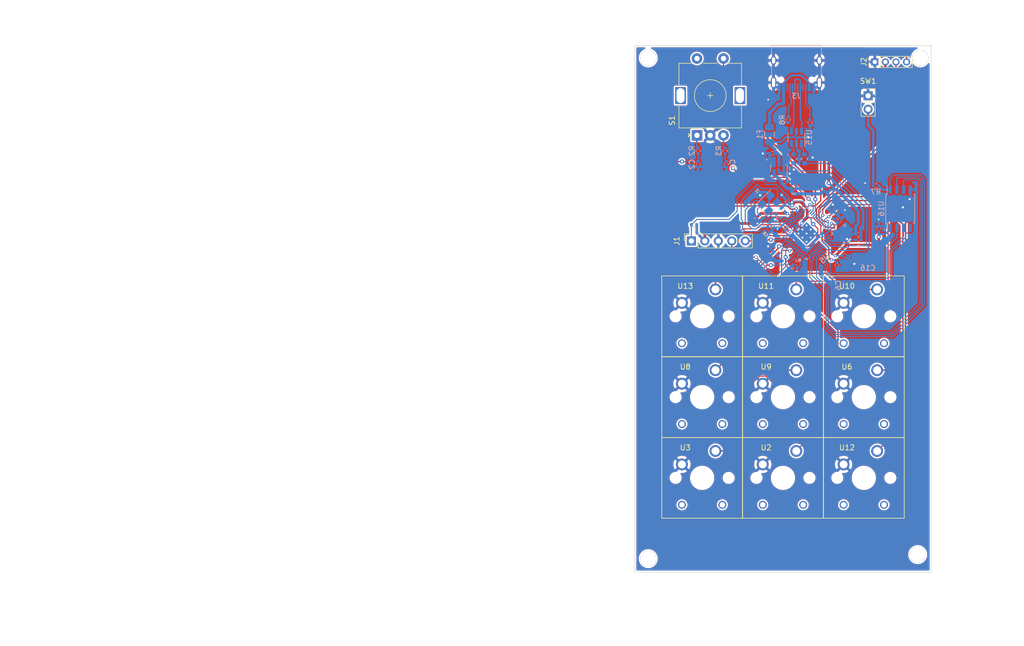
<source format=kicad_pcb>
(kicad_pcb (version 20211014) (generator pcbnew)
  (layers (0 "F.Cu" signal) (31 "B.Cu" signal) (34 "B.Paste" user) (35 "F.Paste" user) (36 "B.SilkS" user "B.Silkscreen") (37 "F.SilkS" user "F.Silkscreen") (38 "B.Mask" user) (39 "F.Mask" user) (44 "Edge.Cuts" user))
  (net 0 "")
  (net 1 "GND")
  (net 2 "+3V3")
  (net 3 "/But_1")
  (net 4 "/But_2")
  (net 5 "/But_3")
  (net 6 "/But_4")
  (net 7 "/But_6")
  (net 8 "/But_7")
  (net 9 "/But_8")
  (net 10 "/But_9")
  (net 11 "/But_12")
  (net 12 "/But_11")
  (net 13 "+5V")
  (net 14 "+1V1")
  (net 15 "XTAL_IN")
  (net 16 "/XTAL_O")
  (net 17 "VBUS")
  (net 18 "~{RESET}")
  (net 19 "SWD")
  (net 20 "SWCLK")
  (net 21 "Net-(J3-PadA5)")
  (net 22 "D_USB_P")
  (net 23 "D_USB_N")
  (net 25 "/CC2")
  (net 27 "D_N")
  (net 28 "D_P")
  (net 29 "XTAL_OUT")
  (net 30 "/~{USB_BOOT}")
  (net 31 "CS")
  (net 32 "QSPI_CLK")
  (net 33 "SD0")
  (net 34 "SD2")
  (net 35 "SD1")
  (net 36 "GPIO 18")
  (net 37 "/GPIO19")
  (net 38 "/GPIO20")
  (net 39 "Net-(R2-Pad1)")
  (net 40 "Net-(R3-Pad1)")
  (net 41 "Net-(R4-Pad2)")
  (net 42 "Net-(R5-Pad2)")
  (net 46 "GPI0 17")
  (net 48 "SD3")
  (net 50 "GPIO21")
  (footprint "" (layer "F.Cu") (at 152.781 76.835)
    (fp_text reference "")
    (fp_text value "")
  )
  (footprint "" (layer "F.Cu") (at 153.543 76.073)
    (fp_text reference "")
    (fp_text value "")
  )
  (footprint "" (layer "F.Cu") (at 152.019 76.073)
    (fp_text reference "")
    (fp_text value "")
  )
  (footprint "MX1A-11NN:CHERRY_MX1A-11NN_SWITCH" (layer "F.Cu") (at 147.574 91.694)
    (fp_text reference "U11")
    (fp_text value "MX1A-11NN")
  )
  (footprint "" (layer "F.Cu") (at 150.495 76.073)
    (fp_text reference "")
    (fp_text value "")
  )
  (footprint "MX1A-11NN:CHERRY_MX1A-11NN_SWITCH" (layer "F.Cu") (at 147.574 106.934)
    (fp_text reference "U9")
    (fp_text value "MX1A-11NN")
  )
  (footprint "MX1A-11NN:CHERRY_MX1A-11NN_SWITCH" (layer "F.Cu") (at 162.814 122.174)
    (fp_text reference "U12")
    (fp_text value "MX1A-11NN")
  )
  (footprint "MX1A-11NN:CHERRY_MX1A-11NN_SWITCH" (layer "F.Cu") (at 162.814 91.694)
    (fp_text reference "U10")
    (fp_text value "MX1A-11NN")
  )
  (footprint "" (layer "F.Cu") (at 173.482 42.926)
    (fp_text reference "")
    (fp_text value "")
  )
  (footprint "MX1A-11NN:CHERRY_MX1A-11NN_SWITCH" (layer "F.Cu") (at 132.334 122.174)
    (fp_text reference "U3")
    (fp_text value "MX1A-11NN")
  )
  (footprint "MX1A-11NN:CHERRY_MX1A-11NN_SWITCH" (layer "F.Cu") (at 162.814 106.934)
    (fp_text reference "U6")
    (fp_text value "MX1A-11NN")
  )
  (footprint "" (layer "F.Cu") (at 152.019 77.597)
    (fp_text reference "")
    (fp_text value "")
  )
  (footprint "MX1A-11NN:CHERRY_MX1A-11NN_SWITCH" (layer "F.Cu") (at 147.574 122.174)
    (fp_text reference "U2")
    (fp_text value "MX1A-11NN")
  )
  (footprint "MX1A-11NN:CHERRY_MX1A-11NN_SWITCH" (layer "F.Cu") (at 132.334 106.934)
    (fp_text reference "U8")
    (fp_text value "MX1A-11NN")
  )
  (footprint "" (layer "F.Cu") (at 122.174 137.414)
    (fp_text reference "")
    (fp_text value "")
  )
  (footprint "" (layer "F.Cu") (at 151.257 75.311)
    (fp_text reference "")
    (fp_text value "")
  )
  (footprint "" (layer "F.Cu") (at 151.257 76.835)
    (fp_text reference "")
    (fp_text value "")
  )
  (footprint "" (layer "F.Cu") (at 152.781 75.311)
    (fp_text reference "")
    (fp_text value "")
  )
  (footprint "" (layer "F.Cu") (at 152.019 74.549)
    (fp_text reference "")
    (fp_text value "")
  )
  (footprint "Rotary_Encoder:RotaryEncoder_Alps_EC11E-Switch_Vertical_H20mm" (layer "F.Cu") (at 131.358 57.542 90)
    (fp_text reference "S1")
    (fp_text value "ENCODER-SWITCH")
  )
  (footprint "" (layer "F.Cu") (at 172.974 136.652)
    (fp_text reference "")
    (fp_text value "")
  )
  (footprint "MX1A-11NN:CHERRY_MX1A-11NN_SWITCH" (layer "F.Cu") (at 132.334 91.694)
    (fp_text reference "U13")
    (fp_text value "MX1A-11NN")
  )
  (footprint "Connector_PinHeader_2.00mm:PinHeader_1x04_P2.00mm_Vertical" (layer "F.Cu") (at 164.878 43.688 90)
    (fp_text reference "J2")
    (fp_text value "Conn_01x04")
  )
  (footprint "Connector_PinSocket_2.54mm:PinSocket_1x05_P2.54mm_Vertical" (layer "F.Cu") (at 130.302 77.47 90)
    (fp_text reference "J1")
    (fp_text value "SWD")
  )
  (footprint "" (layer "F.Cu") (at 122.174 42.926)
    (fp_text reference "")
    (fp_text value "")
  )
  (footprint "Connector_PinSocket_2.54mm:PinSocket_1x02_P2.54mm_Vertical" (layer "F.Cu") (at 163.628 50.074)
    (fp_text reference "SW1")
    (fp_text value "SW_Push")
  )
  (footprint "Resistor_SMD:R_0603_1608Metric" (layer "B.Cu") (at 149.606 61.976 -90)
    (fp_text reference "R4")
    (fp_text value "27R")
  )
  (footprint "Capacitor_SMD:C_0402_1005Metric" (layer "B.Cu") (at 157.734 82.042 -90)
    (fp_text reference "C6")
    (fp_text value "100nF")
  )
  (footprint "Capacitor_SMD:C_0402_1005Metric" (layer "B.Cu") (at 136.906 62.992 90)
    (fp_text reference "C1")
    (fp_text value "100nF")
  )
  (footprint "Capacitor_SMD:C_0402_1005Metric" (layer "B.Cu") (at 161.798 77.216)
    (fp_text reference "C4")
    (fp_text value "1uF")
  )
  (footprint "Capacitor_SMD:C_0402_1005Metric" (layer "B.Cu") (at 149.86 82.296 135)
    (fp_text reference "C18")
    (fp_text value "100nF")
  )
  (footprint "Capacitor_SMD:C_0402_1005Metric" (layer "B.Cu") (at 157.48 72.898 45)
    (fp_text reference "C17")
    (fp_text value "100nF")
  )
  (footprint "Capacitor_SMD:C_0402_1005Metric" (layer "B.Cu") (at 145.542 60.96)
    (fp_text reference "C3")
    (fp_text value "1uF")
  )
  (footprint "Resistor_SMD:R_0402_1005Metric" (layer "B.Cu") (at 130.81 74.422 180)
    (fp_text reference "R1")
    (fp_text value "1k")
  )
  (footprint "Package_TO_SOT_SMD:SOT-23-6" (layer "B.Cu") (at 150.114 57.912 90)
    (fp_text reference "U15")
    (fp_text value "USBLC6-2SC6")
  )
  (footprint "Resistor_SMD:R_0402_1005Metric" (layer "B.Cu") (at 131.572 60.452 -90)
    (fp_text reference "R2")
    (fp_text value "27k")
  )
  (footprint "Capacitor_SMD:C_0402_1005Metric" (layer "B.Cu") (at 146.218589 79.924589 135)
    (fp_text reference "C15")
    (fp_text value "100nF")
  )
  (footprint "Capacitor_SMD:C_0402_1005Metric" (layer "B.Cu") (at 148.336 69.85 135)
    (fp_text reference "C7")
    (fp_text value "100nF")
  )
  (footprint "Capacitor_SMD:C_0402_1005Metric" (layer "B.Cu") (at 131.572 62.992 -90)
    (fp_text reference "C2")
    (fp_text value "100nF")
  )
  (footprint "Fuse:Fuse_1206_3216Metric" (layer "B.Cu") (at 145.034 57.404 -90)
    (fp_text reference "F1")
    (fp_text value "500mA")
  )
  (footprint "Resistor_SMD:R_0402_1005Metric" (layer "B.Cu") (at 148.59 54.61 -90)
    (fp_text reference "R8")
    (fp_text value "5k1")
  )
  (footprint "Capacitor_SMD:C_0402_1005Metric" (layer "B.Cu") (at 145.034 75.184 135)
    (fp_text reference "C8")
    (fp_text value "22pF")
  )
  (footprint "Capacitor_SMD:C_0402_1005Metric" (layer "B.Cu") (at 155.702 71.12 -45)
    (fp_text reference "C14")
    (fp_text value "100nF")
  )
  (footprint "Resistor_SMD:R_0402_1005Metric" (layer "B.Cu") (at 146.705376 72.791376 -45)
    (fp_text reference "R6")
    (fp_text value "1k")
  )
  (footprint "Capacitor_SMD:C_0402_1005Metric" (layer "B.Cu") (at 147.828 66.294 180)
    (fp_text reference "C5")
    (fp_text value "1uF")
  )
  (footprint "Resistor_SMD:R_0402_1005Metric" (layer "B.Cu") (at 165.1 67.056)
    (fp_text reference "R7")
    (fp_text value "1k")
  )
  (footprint "Resistor_SMD:R_0603_1608Metric" (layer "B.Cu") (at 151.638 61.976 -90)
    (fp_text reference "R5")
    (fp_text value "27R")
  )
  (footprint "Resistor_SMD:R_0402_1005Metric" (layer "B.Cu") (at 152.654 55.118 -90)
    (fp_text reference "R9")
    (fp_text value "5k1")
  )
  (footprint "Capacitor_SMD:C_0402_1005Metric" (layer "B.Cu") (at 165.608 75.184 90)
    (fp_text reference "C19")
    (fp_text value "100nF")
  )
  (footprint "Capacitor_SMD:C_0402_1005Metric" (layer "B.Cu") (at 147.574 71.628 135)
    (fp_text reference "C13")
    (fp_text value "100nF")
  )
  (footprint "Resistor_SMD:R_0402_1005Metric" (layer "B.Cu") (at 136.652 60.452 -90)
    (fp_text reference "R3")
    (fp_text value "27k")
  )
  (footprint "Package_TO_SOT_SMD:SOT-23" (layer "B.Cu") (at 146.812 63.6755 90)
    (fp_text reference "U14")
    (fp_text value "XC6206PxxxMR-Regulator_Linear")
  )
  (footprint "Package_SO:SOIC-8_5.23x5.23mm_P1.27mm" (layer "B.Cu") (at 169.672 71.374 -90)
    (fp_text reference "U16")
    (fp_text value "W25Q128JVS")
  )
  (footprint "RP2040 (1):QFN40P700X700X90-57N" (layer "B.Cu") (at 152.019 76.073 45)
    (fp_text reference "U5")
    (fp_text value "RP2040")
  )
  (footprint "Capacitor_SMD:C_0402_1005Metric" (layer "B.Cu") (at 161.798 76.2)
    (fp_text reference "C11")
    (fp_text value "1uF")
  )
  (footprint "Connector_USB:USB_C_Receptacle_HRO_TYPE-C-31-M-12" (layer "B.Cu") (at 150.114 44.45)
    (fp_text reference "J3")
    (fp_text value "USB_C_Receptacle_USB2.0")
  )
  (footprint "Capacitor_SMD:C_0402_1005Metric" (layer "B.Cu") (at 143.51 72.898 135)
    (fp_text reference "Ce")
    (fp_text value "22pF")
  )
  (footprint "Crystal:Crystal_SMD_3225-4Pin_3.2x2.5mm" (layer "B.Cu") (at 145.034 70.358 45)
    (fp_text reference "Y1")
    (fp_text value "12MHz")
  )
  (footprint "Capacitor_SMD:C_0402_1005Metric" (layer "B.Cu") (at 158.242 73.66 45)
    (fp_text reference "C12")
    (fp_text value "100nF")
  )
  (footprint "Capacitor_SMD:C_0402_1005Metric" (layer "B.Cu") (at 159.258 80.264)
    (fp_text reference "C16")
    (fp_text value "100nF")
  )
  (footprint "Capacitor_SMD:C_0402_1005Metric" (layer "B.Cu") (at 149.606 67.564)
    (fp_text reference "C10")
    (fp_text value "10uF")
  )
  (gr_line (start 119.634 139.954) (end 119.634 40.64) (layer "Edge.Cuts") (width 0.1))
  (gr_line (start 175.514 139.954) (end 119.634 139.954) (layer "Edge.Cuts") (width 0.1))
  (gr_line (start 175.514 139.954) (end 175.514 40.64) (layer "Edge.Cuts") (width 0.1))
  (gr_line (start 0 50.8) (end 0 50.8) (layer "Edge.Cuts") (width 0.1))
  (gr_line (start 119.634 40.64) (end 175.514 40.64) (layer "Edge.Cuts") (width 0.1))
  (segment (start 150.495 76.073) (end 149.548666 75.126666) (width 0.25) (layer "F.Cu") (net 1))
  (segment (start 149.548666 75.126666) (end 149.409334 75.126666) (width 0.25) (layer "F.Cu") (net 1))
  (via (at 143.764 60.96) (size 0.8) (drill 0.4) (layers "F.Cu" "B.Cu") (net 1))
  (via (at 147.32 68.834) (size 0.6) (drill 0.3) (layers "F.Cu" "B.Cu") (net 1))
  (via (at 148.844 64.77) (size 0.8) (drill 0.4) (layers "F.Cu" "B.Cu") (net 1))
  (via (at 171.45 69.596) (size 0.8) (drill 0.4) (layers "F.Cu" "B.Cu") (net 1))
  (via (at 144.78 78.486) (size 0.8) (drill 0.4) (layers "F.Cu" "B.Cu") (net 1))
  (via (at 152.4 57.912) (size 0.8) (drill 0.4) (layers "F.Cu" "B.Cu") (net 1))
  (via (at 159.258 71.628) (size 0.6) (drill 0.3) (layers "F.Cu" "B.Cu") (net 1))
  (via (at 153.162 61.722) (size 0.8) (drill 0.4) (layers "F.Cu" "B.Cu") (net 1))
  (via (at 165.608 73.406) (size 0.6) (drill 0.3) (layers "F.Cu" "B.Cu") (net 1))
  (via (at 161.036 81.788) (size 0.8) (drill 0.4) (layers "F.Cu" "B.Cu") (net 1))
  (via (at 142.748 74.168) (size 0.6) (drill 0.3) (layers "F.Cu" "B.Cu") (net 1))
  (via (at 144.78 50.8) (size 0.6) (drill 0.3) (layers "F.Cu" "B.Cu") (net 1))
  (via (at 143.256 68.834) (size 0.8) (drill 0.4) (layers "F.Cu" "B.Cu") (net 1))
  (via (at 149.606 64.008) (size 0.8) (drill 0.4) (layers "F.Cu" "B.Cu") (net 1))
  (via (at 149.409334 75.126666) (size 0.6) (drill 0.3) (layers "F.Cu" "B.Cu") (net 1))
  (via (at 146.05 73.406) (size 0.8) (drill 0.4) (layers "F.Cu" "B.Cu") (net 1))
  (via (at 170.18 71.12) (size 0.8) (drill 0.4) (layers "F.Cu" "B.Cu") (net 1))
  (via (at 163.068 66.548) (size 0.6) (drill 0.3) (layers "F.Cu" "B.Cu") (net 1))
  (via (at 146.558 75.184) (size 0.6) (drill 0.3) (layers "F.Cu" "B.Cu") (net 1))
  (via (at 156.972 70.612) (size 0.8) (drill 0.4) (layers "F.Cu" "B.Cu") (net 1))
  (segment (start 158.115 70.993) (end 158.75 71.628) (width 0.25) (layer "B.Cu") (net 1))
  (segment (start 146.812 75.184) (end 148.082 73.914) (width 0.2) (layer "B.Cu") (net 1))
  (segment (start 144.857223 71.736858) (end 144.857223 70.776579) (width 0.254) (layer "B.Cu") (net 1))
  (segment (start 156.124589 71.459411) (end 156.972 70.612) (width 0.381) (layer "B.Cu") (net 1))
  (segment (start 146.864 50.24) (end 146.558 50.546) (width 0.381) (layer "B.Cu") (net 1))
  (segment (start 150.114 58.166) (end 150.241 58.039) (width 0.381) (layer "B.Cu") (net 1))
  (segment (start 158.75 71.628) (end 159.258 71.628) (width 0.25) (layer "B.Cu") (net 1))
  (segment (start 147.996589 69.510589) (end 147.32 68.834) (width 0.5) (layer "B.Cu") (net 1))
  (segment (start 145.210777 68.979142) (end 144.900901 69.289018) (width 0.254) (layer "B.Cu") (net 1))
  (segment (start 148.308 66.294) (end 148.308 65.159) (width 0.381) (layer "B.Cu") (net 1))
  (segment (start 147.991689 70.531489) (end 147.234589 71.288589) (width 0.25) (layer "B.Cu") (net 1))
  (segment (start 146.558 50.546) (end 146.304 50.8) (width 0.381) (layer "B.Cu") (net 1))
  (segment (start 150.114 59.0495) (end 150.114 58.166) (width 0.381) (layer "B.Cu") (net 1))
  (segment (start 148.082 73.914) (end 148.445786 73.914) (width 0.2) (layer "B.Cu") (net 1))
  (segment (start 146.558 75.184) (end 146.812 75.184) (width 0.2) (layer "B.Cu") (net 1))
  (segment (start 148.308 65.159) (end 147.762 64.613) (width 0.381) (layer "B.Cu") (net 1))
  (segment (start 145.373411 75.269411) (end 145.881411 74.761411) (width 0.25) (layer "B.Cu") (net 1))
  (segment (start 143.678589 73.237411) (end 142.748 74.168) (width 0.381) (layer "B.Cu") (net 1))
  (segment (start 147.996589 69.510589) (end 147.991689 69.515489) (width 0.25) (layer "B.Cu") (net 1))
  (segment (start 147.991689 69.515489) (end 147.991689 70.531489) (width 0.25) (layer "B.Cu") (net 1))
  (segment (start 147.762 64.613) (end 148.687 64.613) (width 0.5) (layer "B.Cu") (net 1))
  (segment (start 144.857223 70.776579) (end 144.900901 70.732901) (width 0.254) (layer "B.Cu") (net 1))
  (segment (start 156.041411 71.459411) (end 157.648589 71.459411) (width 0.25) (layer "B.Cu") (net 1))
  (segment (start 145.373411 75.523411) (end 145.373411 75.269411) (width 0.25) (layer "B.Cu") (net 1))
  (segment (start 171.577 69.469) (end 171.45 69.596) (width 0.25) (layer "B.Cu") (net 1))
  (segment (start 157.648589 71.459411) (end 158.115 70.993) (width 0.25) (layer "B.Cu") (net 1))
  (segment (start 143.849411 73.237411) (end 143.678589 73.237411) (width 0.381) (layer "B.Cu") (net 1))
  (segment (start 144.857223 71.736858) (end 144.857223 72.229599) (width 0.254) (layer "B.Cu") (net 1))
  (segment (start 148.687 64.613) (end 148.844 64.77) (width 0.5) (layer "B.Cu") (net 1))
  (segment (start 145.210777 68.979142) (end 145.396858 68.979142) (width 0.25) (layer "B.Cu") (net 1))
  (segment (start 148.445786 73.914) (end 148.882981 74.351195) (width 0.2) (layer "B.Cu") (net 1))
  (segment (start 144.900901 69.289018) (end 144.900901 70.732901) (width 0.254) (layer "B.Cu") (net 1))
  (segment (start 144.484411 72.602411) (end 143.849411 73.237411) (width 0.381) (layer "B.Cu") (net 1))
  (segment (start 171.577 67.774) (end 171.577 69.469) (width 0.25) (layer "B.Cu") (net 1))
  (segment (start 146.304 50.8) (end 144.78 50.8) (width 0.381) (layer "B.Cu") (net 1))
  (segment (start 157.734 82.522) (end 157.734 83.058) (width 0.5) (layer "B.Cu") (net 1))
  (segment (start 144.857223 72.229599) (end 144.484411 72.602411) (width 0.381) (layer "B.Cu") (net 1))
  (segment (start 157.734 83.058) (end 159.766 83.058) (width 0.5) (layer "B.Cu") (net 1))
  (segment (start 150.368 57.912) (end 151.638 57.912) (width 0.381) (layer "B.Cu") (net 1))
  (segment (start 146.304 75.184) (end 146.558 75.184) (width 0.2) (layer "B.Cu") (net 1))
  (segment (start 149.414662 74.882876) (end 148.882981 74.351195) (width 0.2) (layer "B.Cu") (net 1))
  (segment (start 150.241 58.039) (end 150.368 57.912) (width 0.381) (layer "B.Cu") (net 1))
  (segment (start 160.02 80.546) (end 159.738 80.264) (width 0.5) (layer "B.Cu") (net 1))
  (segment (start 145.879178 79.585178) (end 144.78 78.486) (width 0.381) (layer "B.Cu") (net 1))
  (segment (start 160.02 82.804) (end 160.02 80.546) (width 0.5) (layer "B.Cu") (net 1))
  (segment (start 159.766 83.058) (end 160.02 82.804) (width 0.5) (layer "B.Cu") (net 1))
  (segment (start 165.608 74.704) (end 165.608 73.406) (width 0.5) (layer "B.Cu") (net 1))
  (segment (start 145.881411 74.761411) (end 146.304 75.184) (width 0.2) (layer "B.Cu") (net 1))
  (segment (start 145.062 60.96) (end 143.764 60.96) (width 0.5) (layer "B.Cu") (net 1))
  (segment (start 149.414662 74.992662) (end 149.414662 74.882876) (width 0.2) (layer "B.Cu") (net 1))
  (segment (start 146.864 48.495) (end 146.864 50.24) (width 0.381) (layer "B.Cu") (net 1))
  (segment (start 165.608 78.232) (end 165.608 76.708) (width 0.5) (layer "F.Cu") (net 2))
  (segment (start 143.374695 72.271305) (end 141.478 74.168) (width 0.5) (layer "F.Cu") (net 2))
  (segment (start 166.878 43.688) (end 166.878 45.974) (width 0.5) (layer "F.Cu") (net 2))
  (segment (start 159.766 76.962) (end 159.766 76.988756) (width 0.5) (layer "F.Cu") (net 2))
  (segment (start 159.766 76.988756) (end 159.652378 77.102378) (width 0.5) (layer "F.Cu") (net 2))
  (segment (start 141.478 74.168) (end 132.842 74.168) (width 0.5) (layer "F.Cu") (net 2))
  (segment (start 166.878 45.974) (end 166.624 46.228) (width 0.5) (layer "F.Cu") (net 2))
  (segment (start 159.512 78.232) (end 159.512 77.216) (width 0.5) (layer "F.Cu") (net 2))
  (segment (start 148.393571 72.331593) (end 148.333283 72.271305) (width 0.5) (layer "F.Cu") (net 2))
  (segment (start 156.21 50.038) (end 156.21 66.548) (width 0.5) (layer "F.Cu") (net 2))
  (segment (start 166.624 46.228) (end 165.354 47.498) (width 0.5) (layer "F.Cu") (net 2))
  (segment (start 148.333283 72.271305) (end 143.374695 72.271305) (width 0.5) (layer "F.Cu") (net 2))
  (segment (start 159.512 77.216) (end 159.766 76.962) (width 0.5) (layer "F.Cu") (net 2))
  (segment (start 159.512 78.232) (end 165.608 78.232) (width 0.5) (layer "F.Cu") (net 2))
  (segment (start 132.842 74.168) (end 132.842 77.47) (width 0.5) (layer "F.Cu") (net 2))
  (segment (start 165.354 47.498) (end 158.75 47.498) (width 0.5) (layer "F.Cu") (net 2))
  (segment (start 157.48 80.264) (end 159.512 78.232) (width 0.5) (layer "F.Cu") (net 2))
  (segment (start 158.75 47.498) (end 156.21 50.038) (width 0.5) (layer "F.Cu") (net 2))
  (via (at 165.608 76.708) (size 0.8) (drill 0.4) (layers "F.Cu" "B.Cu") (net 2))
  (via (at 157.48 80.264) (size 0.6) (drill 0.3) (layers "F.Cu" "B.Cu") (net 2))
  (via (at 159.652378 77.102378) (size 0.8) (drill 0.4) (layers "F.Cu" "B.Cu") (net 2))
  (via (at 148.393571 72.331593) (size 0.6) (drill 0.3) (layers "F.Cu" "B.Cu") (net 2))
  (via (at 156.21 66.548) (size 0.8) (drill 0.4) (layers "F.Cu" "B.Cu") (net 2))
  (segment (start 159.004 77.216) (end 158.75 77.47) (width 0.2) (layer "B.Cu") (net 2))
  (segment (start 150.396843 74.168) (end 149.73151 73.502667) (width 0.2) (layer "B.Cu") (net 2))
  (segment (start 131.32 74.422) (end 131.32 75.948) (width 0.5) (layer "B.Cu") (net 2))
  (segment (start 149.126 68.1) (end 149.479 68.453) (width 0.635) (layer "B.Cu") (net 2))
  (segment (start 156.21 66.548) (end 157.226 67.564) (width 0.5) (layer "B.Cu") (net 2))
  (segment (start 146.558 80.264) (end 147.32 79.502) (width 0.2) (layer "B.Cu") (net 2))
  (segment (start 150.232656 75.243728) (end 150.232656 74.826748) (width 0.2) (layer "B.Cu") (net 2))
  (segment (start 161.29 76.172) (end 161.29 74.676) (width 0.635) (layer "B.Cu") (net 2))
  (segment (start 149.126 67.564) (end 149.126 68.1) (width 0.635) (layer "B.Cu") (net 2))
  (segment (start 157 80.01) (end 156.804528 80.01) (width 0.2) (layer "B.Cu") (net 2))
  (segment (start 155.448 68.072) (end 155.194 68.072) (width 0.635) (layer "B.Cu") (net 2))
  (segment (start 156.286389 76.530389) (end 155.702 75.946) (width 0.2) (layer "B.Cu") (net 2))
  (segment (start 154.432 71.374) (end 154.686 71.628) (width 0.2) (layer "B.Cu") (net 2))
  (segment (start 157.48 80.264) (end 157.254 80.264) (width 0.2) (layer "B.Cu") (net 2))
  (segment (start 148.445786 78.232) (end 148.882981 77.794805) (width 0.2) (layer "B.Cu") (net 2))
  (segment (start 148.192005 78.232) (end 148.445786 78.232) (width 0.2) (layer "B.Cu") (net 2))
  (segment (start 150.938174 80.865458) (end 150.782542 80.865458) (width 0.25) (layer "B.Cu") (net 2))
  (segment (start 147.32 79.104005) (end 148.192005 78.232) (width 0.2) (layer "B.Cu") (net 2))
  (segment (start 154.206843 77.978) (end 153.416 77.978) (width 0.2) (layer "B.Cu") (net 2))
  (segment (start 157.140589 73.237411) (end 157.902589 73.999411) (width 0.381) (layer "B.Cu") (net 2))
  (segment (start 167.767 75.311) (end 166.878 76.2) (width 0.381) (layer "B.Cu") (net 2))
  (segment (start 148.393571 72.331593) (end 148.393571 72.370815) (width 0.2) (layer "B.Cu") (net 2))
  (segment (start 151.445905 80.357727) (end 150.938174 80.865458) (width 0.25) (layer "B.Cu") (net 2))
  (segment (start 161.798 71.882) (end 157.734 67.818) (width 0.635) (layer "B.Cu") (net 2))
  (segment (start 154.432 71.12) (end 154.432 71.374) (width 0.2) (layer "B.Cu") (net 2))
  (segment (start 157.48 80.264) (end 157.988 80.264) (width 0.2) (layer "B.Cu") (net 2))
  (segment (start 161.318 76.2) (end 161.29 76.172) (width 0.635) (layer "B.Cu") (net 2))
  (segment (start 150.478273 74.298923) (end 150.396843 74.217493) (width 0.2) (layer "B.Cu") (net 2))
  (segment (start 148.294481 72.348481) (end 147.913411 71.967411) (width 0.5) (layer "B.Cu") (net 2))
  (segment (start 156.286389 76.663434) (end 156.286389 76.530389) (width 0.2) (layer "B.Cu") (net 2))
  (segment (start 155.618264 78.823736) (end 155.534528 78.74) (width 0.2) (layer "B.Cu") (net 2))
  (segment (start 165.862 76.2) (end 165.608 75.946) (width 0.381) (layer "B.Cu") (net 2))
  (segment (start 148.393571 72.370815) (end 148.521236 72.49848) (width 0.2) (layer "B.Cu") (net 2))
  (segment (start 148.376683 72.348481) (end 148.294481 72.348481) (width 0.5) (layer "B.Cu") (net 2))
  (segment (start 156.21 68.834) (end 156.21 69.933178) (width 0.635) (layer "B.Cu") (net 2))
  (segment (start 148.393571 72.331593) (end 148.588599 72.331593) (width 0.2) (layer "B.Cu") (net 2))
  (segment (start 152.146 79.622955) (end 151.428566 80.340389) (width 0.2) (layer "B.Cu") (net 2))
  (segment (start 149.352 76.124384) (end 150.232656 75.243728) (width 0.2) (layer "B.Cu") (net 2))
  (segment (start 161.318 76.2) (end 160.02 76.2) (width 0.2) (layer "B.Cu") (net 2))
  (segment (start 156.21 69.933178) (end 155.362589 70.780589) (width 0.635) (layer "B.Cu") (net 2))
  (segment (start 156.52727 77.47) (end 156.003547 76.946277) (width 0.2) (layer "B.Cu") (net 2))
  (segment (start 154.968843 78.74) (end 154.589333 78.36049) (width 0.2) (layer "B.Cu") (net 2))
  (segment (start 147.348 66.294) (end 147.348 66.573166) (width 0.635) (layer "B.Cu") (net 2))
  (segment (start 156.804528 80.01) (end 155.618264 78.823736) (width 0.2) (layer "B.Cu") (net 2))
  (segment (start 145.862 64.808) (end 147.348 66.294) (width 0.635) (layer "B.Cu") (net 2))
  (segment (start 150.232656 74.826748) (end 150.232656 74.54454) (width 0.2) (layer "B.Cu") (net 2))
  (segment (start 155.702 75.946) (end 155.448 76.2) (width 0.2) (layer "B.Cu") (net 2))
  (segment (start 157.254 80.264) (end 157 80.01) (width 0.2) (layer "B.Cu") (net 2))
  (segment (start 155.448 76.39073) (end 156.003547 76.946277) (width 0.2) (layer "B.Cu") (net 2))
  (segment (start 156.037548 75.864452) (end 155.783548 75.864452) (width 0.2) (layer "B.Cu") (net 2))
  (segment (start 148.393571 72.331593) (end 148.376683 72.348481) (width 0.5) (layer "B.Cu") (net 2))
  (segment (start 158.75 77.47) (end 157.092955 77.47) (width 0.2) (layer "B.Cu") (net 2))
  (segment (start 145.862 64.613) (end 145.862 64.808) (width 0.635) (layer "B.Cu") (net 2))
  (segment (start 147.32 79.502) (end 147.32 79.104005) (width 0.2) (layer "B.Cu") (net 2))
  (segment (start 160.02 76.2) (end 159.004 77.216) (width 0.2) (layer "B.Cu") (net 2))
  (segment (start 149.606 68.58) (end 149.479 68.453) (width 0.635) (layer "B.Cu") (net 2))
  (segment (start 161.29 74.676) (end 161.798 74.168) (width 0.635) (layer "B.Cu") (net 2))
  (segment (start 148.588599 72.331593) (end 149.098 72.840994) (width 0.2) (layer "B.Cu") (net 2))
  (segment (start 131.32 75.948) (end 132.842 77.47) (width 0.5) (layer "B.Cu") (net 2))
  (segment (start 165.608 75.946) (end 165.608 75.664) (width 0.381) (layer "B.Cu") (net 2))
  (segment (start 157.734 67.818) (end 157.226 67.818) (width 0.635) (layer "B.Cu") (net 2))
  (segment (start 165.608 75.664) (end 165.608 76.708) (width 0.381) (layer "B.Cu") (net 2))
  (segment (start 150.782542 80.865458) (end 150.782542 82.05228) (width 0.25) (layer "B.Cu") (net 2))
  (segment (start 154.771411 70.780589) (end 154.432 71.12) (width 0.2) (layer "B.Cu") (net 2))
  (segment (start 155.618264 78.823736) (end 154.872176 78.077648) (width 0.2) (layer "B.Cu") (net 2))
  (segment (start 147.348 66.573166) (end 148.338834 67.564) (width 0.635) (layer "B.Cu") (net 2))
  (segment (start 155.534528 78.74) (end 154.968843 78.74) (width 0.2) (layer "B.Cu") (net 2))
  (segment (start 157.902589 73.999411) (end 156.037548 75.864452) (width 0.2) (layer "B.Cu") (net 2))
  (segment (start 148.98952 72.760677) (end 149.73151 73.502667) (width 0.2) (layer "B.Cu") (net 2))
  (segment (start 159.538756 77.216) (end 159.004 77.216) (width 0.5) (layer "B.Cu") (net 2))
  (segment (start 157.092955 77.47) (end 156.52727 77.47) (width 0.2) (layer "B.Cu") (net 2))
  (segment (start 155.783548 75.864452) (end 155.702 75.946) (width 0.2) (layer "B.Cu") (net 2))
  (segment (start 153.416 77.978) (end 152.146 79.248) (width 0.2) (layer "B.Cu") (net 2))
  (segment (start 161.798 74.168) (end 161.798 71.882) (width 0.635) (layer "B.Cu") (net 2))
  (segment (start 148.882981 77.794805) (end 149.352 77.325786) (width 0.2) (layer "B.Cu") (net 2))
  (segment (start 167.767 74.974) (end 167.767 75.311) (width 0.381) (layer "B.Cu") (net 2))
  (segment (start 154.686 68.58) (end 149.606 68.58) (width 0.635) (layer "B.Cu") (net 2))
  (segment (start 154.686 71.991786) (end 153.740805 72.936981) (width 0.2) (layer "B.Cu") (net 2))
  (segment (start 157.092955 77.47) (end 156.286389 76.663434) (width 0.2) (layer "B.Cu") (net 2))
  (segment (start 149.352 77.325786) (end 149.352 76.124384) (width 0.2) (layer "B.Cu") (net 2))
  (segment (start 152.146 79.248) (end 152.146 79.622955) (width 0.2) (layer "B.Cu") (net 2))
  (segment (start 157.988 80.264) (end 157.254 80.264) (width 0.2) (layer "B.Cu") (net 2))
  (segment (start 156.464 67.818) (end 155.829 68.453) (width 0.5) (layer "B.Cu") (net 2))
  (segment (start 154.589333 78.36049) (end 154.206843 77.978) (width 0.2) (layer "B.Cu") (net 2))
  (segment (start 157.226 67.564) (end 157.226 67.818) (width 0.5) (layer "B.Cu") (net 2))
  (segment (start 158.778 80.264) (end 157.988 80.264) (width 0.2) (layer "B.Cu") (net 2))
  (segment (start 150.782542 82.05228) (end 150.199411 82.635411) (width 0.25) (layer "B.Cu") (net 2))
  (segment (start 150.232656 74.54454) (end 150.478273 74.298923) (width 0.2) (layer "B.Cu") (net 2))
  (segment (start 155.448 76.2) (end 155.448 76.39073) (width 0.2) (layer "B.Cu") (net 2))
  (segment (start 154.686 71.628) (end 154.686 71.991786) (width 0.2) (layer "B.Cu") (net 2))
  (segment (start 155.194 68.072) (end 154.686 68.58) (width 0.635) (layer "B.Cu") (net 2))
  (segment (start 159.652378 77.102378) (end 159.538756 77.216) (width 0.5) (layer "B.Cu") (net 2))
  (segment (start 157.226 67.818) (end 156.464 67.818) (width 0.5) (layer "B.Cu") (net 2))
  (segment (start 156.21 68.834) (end 155.829 68.453) (width 0.635) (layer "B.Cu") (net 2))
  (segment (start 166.878 76.2) (end 165.862 76.2) (width 0.381) (layer "B.Cu") (net 2))
  (segment (start 155.362589 70.780589) (end 154.771411 70.780589) (width 0.2) (layer "B.Cu") (net 2))
  (segment (start 155.829 68.453) (end 155.448 68.072) (width 0.635) (layer "B.Cu") (net 2))
  (segment (start 148.338834 67.564) (end 149.126 67.564) (width 0.635) (layer "B.Cu") (net 2))
  (segment (start 153.924 113.254) (end 150.084 117.094) (width 0.2) (layer "F.Cu") (net 3))
  (segment (start 154.432 107.09562) (end 154.432 107.95) (width 0.2) (layer "F.Cu") (net 3))
  (segment (start 143.156511 102.969489) (end 144.371489 102.969489) (width 0.2) (layer "F.Cu") (net 3))
  (segment (start 136.652 109.474) (end 143.156511 102.969489) (width 0.2) (layer "F.Cu") (net 3))
  (segment (start 154.432 107.95) (end 153.924 108.458) (width 0.2) (layer "F.Cu") (net 3))
  (segment (start 124.714 109.474) (end 136.652 109.474) (width 0.2) (layer "F.Cu") (net 3))
  (segment (start 144.371489 102.969489) (end 145.288 103.886) (width 0.2) (layer "F.Cu") (net 3))
  (segment (start 153.924 108.458) (end 153.924 113.254) (width 0.2) (layer "F.Cu") (net 3))
  (segment (start 124.714 85.344) (end 124.714 109.474) (width 0.2) (layer "F.Cu") (net 3))
  (segment (start 129.54 80.518) (end 124.714 85.344) (width 0.2) (layer "F.Cu") (net 3))
  (segment (start 151.22238 103.886) (end 154.432 107.09562) (width 0.2) (layer "F.Cu") (net 3))
  (segment (start 142.24 80.518) (end 129.54 80.518) (width 0.2) (layer "F.Cu") (net 3))
  (segment (start 145.288 103.886) (end 151.22238 103.886) (width 0.2) (layer "F.Cu") (net 3))
  (via (at 142.494 80.518) (size 0.6) (drill 0.4) (layers "F.Cu" "B.Cu") (net 3))
  (segment (start 149.606 80.772) (end 146.558 83.82) (width 0.2) (layer "B.Cu") (net 3))
  (segment (start 150.358022 80.279562) (end 150.358022 80.772) (width 0.2) (layer "B.Cu") (net 3))
  (segment (start 146.558 83.82) (end 145.796 83.82) (width 0.2) (layer "B.Cu") (net 3))
  (segment (start 145.796 83.82) (end 142.494 80.518) (width 0.2) (layer "B.Cu") (net 3))
  (segment (start 150.358022 80.772) (end 149.606 80.772) (width 0.2) (layer "B.Cu") (net 3))
  (segment (start 150.86288 79.774704) (end 150.358022 80.279562) (width 0.2) (layer "B.Cu") (net 3))
  (segment (start 145.288 82.042) (end 144.526 82.042) (width 0.25) (layer "F.Cu") (net 4))
  (segment (start 140.208 86.36) (end 140.208 101.346) (width 0.25) (layer "F.Cu") (net 4))
  (segment (start 140.716 101.854) (end 150.084 101.854) (width 0.25) (layer "F.Cu") (net 4))
  (segment (start 140.208 101.346) (end 140.716 101.854) (width 0.25) (layer "F.Cu") (net 4))
  (segment (start 144.526 82.042) (end 140.208 86.36) (width 0.25) (layer "F.Cu") (net 4))
  (via (at 145.288 82.042) (size 0.8) (drill 0.4) (layers "F.Cu" "B.Cu") (net 4))
  (segment (start 147.574 82.042) (end 149.606 80.01) (width 0.2) (layer "B.Cu") (net 4))
  (segment (start 145.288 82.042) (end 147.574 82.042) (width 0.2) (layer "B.Cu") (net 4))
  (segment (start 149.606 80.01) (end 149.606 79.900893) (width 0.2) (layer "B.Cu") (net 4))
  (segment (start 149.606 79.900893) (end 150.567447 78.939446) (width 0.2) (layer "B.Cu") (net 4))
  (segment (start 164.084 104.14) (end 163.195 103.251) (width 0.25) (layer "F.Cu") (net 5))
  (segment (start 148.71792 79.248) (end 148.819018 79.349098) (width 0.2) (layer "F.Cu") (net 5))
  (segment (start 169.418 115.316) (end 169.418 105.664) (width 0.25) (layer "F.Cu") (net 5))
  (segment (start 163.195 103.251) (end 162.306 102.362) (width 0.2) (layer "F.Cu") (net 5))
  (segment (start 165.324 117.094) (end 167.102 115.316) (width 0.25) (layer "F.Cu") (net 5))
  (segment (start 146.812 84.328) (end 147.32 83.82) (width 0.2) (layer "F.Cu") (net 5))
  (segment (start 147.828 88.646) (end 146.812 87.63) (width 0.2) (layer "F.Cu") (net 5))
  (segment (start 167.102 115.316) (end 169.418 115.316) (width 0.25) (layer "F.Cu") (net 5))
  (segment (start 147.32 83.82) (end 147.32 80.264) (width 0.2) (layer "F.Cu") (net 5))
  (segment (start 155.956 92.456) (end 152.146 88.646) (width 0.2) (layer "F.Cu") (net 5))
  (segment (start 157.950489 98.006489) (end 157.950489 94.450489) (width 0.2) (layer "F.Cu") (net 5))
  (segment (start 147.32 79.248) (end 148.71792 79.248) (width 0.2) (layer "F.Cu") (net 5))
  (segment (start 147.32 80.264) (end 147.32 79.248) (width 0.2) (layer "F.Cu") (net 5))
  (segment (start 162.306 102.362) (end 157.950489 98.006489) (width 0.2) (layer "F.Cu") (net 5))
  (segment (start 146.812 87.63) (end 146.812 84.328) (width 0.2) (layer "F.Cu") (net 5))
  (segment (start 169.418 105.664) (end 167.894 104.14) (width 0.25) (layer "F.Cu") (net 5))
  (segment (start 167.894 104.14) (end 164.084 104.14) (width 0.25) (layer "F.Cu") (net 5))
  (segment (start 152.146 88.646) (end 147.828 88.646) (width 0.2) (layer "F.Cu") (net 5))
  (segment (start 157.950489 94.450489) (end 155.956 92.456) (width 0.2) (layer "F.Cu") (net 5))
  (via (at 148.819018 79.349098) (size 0.6) (drill 0.3) (layers "F.Cu" "B.Cu") (net 5))
  (segment (start 149.025745 79.349098) (end 149.73151 78.643333) (width 0.2) (layer "B.Cu") (net 5))
  (segment (start 148.819018 79.349098) (end 149.025745 79.349098) (width 0.2) (layer "B.Cu") (net 5))
  (segment (start 139.446 117.094) (end 134.844 117.094) (width 0.25) (layer "F.Cu") (net 6))
  (segment (start 154.349322 71.574347) (end 156.835669 69.088) (width 0.25) (layer "F.Cu") (net 6))
  (segment (start 166.878 69.088) (end 170.688 72.898) (width 0.25) (layer "F.Cu") (net 6))
  (segment (start 156.835669 69.088) (end 166.878 69.088) (width 0.25) (layer "F.Cu") (net 6))
  (segment (start 155.270949 73.814926) (end 154.349322 72.893299) (width 0.25) (layer "F.Cu") (net 6))
  (segment (start 139.954 122.936) (end 139.954 117.602) (width 0.25) (layer "F.Cu") (net 6))
  (segment (start 138.684 124.206) (end 139.954 122.936) (width 0.25) (layer "F.Cu") (net 6))
  (segment (start 140.208 129.286) (end 138.684 127.762) (width 0.25) (layer "F.Cu") (net 6))
  (segment (start 138.684 127.762) (end 138.684 124.206) (width 0.25) (layer "F.Cu") (net 6))
  (segment (start 155.973424 73.814926) (end 155.270949 73.814926) (width 0.25) (layer "F.Cu") (net 6))
  (segment (start 170.688 129.286) (end 140.208 129.286) (width 0.25) (layer "F.Cu") (net 6))
  (segment (start 154.349322 72.893299) (end 154.349322 71.574347) (width 0.25) (layer "F.Cu") (net 6))
  (segment (start 170.688 72.898) (end 170.688 129.286) (width 0.25) (layer "F.Cu") (net 6))
  (segment (start 139.954 117.602) (end 139.446 117.094) (width 0.25) (layer "F.Cu") (net 6))
  (via (at 155.973424 73.814926) (size 0.6) (drill 0.3) (layers "F.Cu" "B.Cu") (net 6))
  (segment (start 156.10259 73.944092) (end 156.10259 74.534994) (width 0.2) (layer "B.Cu") (net 6))
  (segment (start 156.10259 74.534994) (end 155.720704 74.91688) (width 0.2) (layer "B.Cu") (net 6))
  (segment (start 155.973424 73.814926) (end 156.10259 73.944092) (width 0.2) (layer "B.Cu") (net 6))
  (segment (start 165.324 86.614) (end 158.75 86.614) (width 0.25) (layer "F.Cu") (net 7))
  (segment (start 158.75 86.614) (end 157.226 85.09) (width 0.25) (layer "F.Cu") (net 7))
  (segment (start 157.226 85.09) (end 155.702 83.566) (width 0.25) (layer "F.Cu") (net 7))
  (segment (start 149.606 83.566) (end 148.082 82.042) (width 0.25) (layer "F.Cu") (net 7))
  (segment (start 148.082 82.042) (end 148.082 80.518) (width 0.25) (layer "F.Cu") (net 7))
  (segment (start 155.702 83.566) (end 149.606 83.566) (width 0.25) (layer "F.Cu") (net 7))
  (via (at 148.082 80.518) (size 0.8) (drill 0.4) (layers "F.Cu" "B.Cu") (net 7))
  (segment (start 148.336 78.74) (end 148.503472 78.74) (width 0.2) (layer "B.Cu") (net 7))
  (segment (start 148.082 79.248) (end 148.336 78.994) (width 0.2) (layer "B.Cu") (net 7))
  (segment (start 148.336 78.994) (end 148.336 78.74) (width 0.2) (layer "B.Cu") (net 7))
  (segment (start 148.082 80.518) (end 148.082 79.248) (width 0.2) (layer "B.Cu") (net 7))
  (segment (start 148.503472 78.74) (end 149.165824 78.077648) (width 0.2) (layer "B.Cu") (net 7))
  (segment (start 139.446 95.758) (end 139.446 86.106) (width 0.25) (layer "F.Cu") (net 9))
  (segment (start 146.812 78.74) (end 146.812 78.486) (width 0.25) (layer "F.Cu") (net 9))
  (segment (start 139.446 97.252) (end 139.446 95.758) (width 0.25) (layer "F.Cu") (net 9))
  (segment (start 134.844 101.854) (end 139.446 97.252) (width 0.25) (layer "F.Cu") (net 9))
  (segment (start 139.446 86.106) (end 145.034 80.518) (width 0.25) (layer "F.Cu") (net 9))
  (segment (start 145.034 80.518) (end 146.812 78.74) (width 0.25) (layer "F.Cu") (net 9))
  (via (at 146.812 78.486) (size 0.8) (drill 0.4) (layers "F.Cu" "B.Cu") (net 9))
  (segment (start 147.574 78.211553) (end 147.574 77.724) (width 0.2) (layer "B.Cu") (net 9))
  (segment (start 146.812 78.486) (end 147.299553 78.486) (width 0.2) (layer "B.Cu") (net 9))
  (segment (start 147.299553 78.486) (end 147.574 78.211553) (width 0.2) (layer "B.Cu") (net 9))
  (segment (start 147.574 77.724) (end 147.822416 77.724) (width 0.2) (layer "B.Cu") (net 9))
  (segment (start 147.822416 77.724) (end 148.317296 77.22912) (width 0.2) (layer "B.Cu") (net 9))
  (segment (start 134.844 84.358) (end 135.128 84.074) (width 0.25) (layer "F.Cu") (net 10))
  (segment (start 143.51 78.486) (end 144.526 77.47) (width 0.2) (layer "F.Cu") (net 10))
  (segment (start 144.78 77.216) (end 145.288 77.216) (width 0.2) (layer "F.Cu") (net 10))
  (segment (start 143.51 79.248) (end 143.51 78.486) (width 0.2) (layer "F.Cu") (net 10))
  (segment (start 135.128 84.074) (end 135.89 83.312) (width 0.2) (layer "F.Cu") (net 10))
  (segment (start 141.478 83.312) (end 143.51 81.28) (width 0.2) (layer "F.Cu") (net 10))
  (segment (start 134.844 86.614) (end 134.844 84.358) (width 0.25) (layer "F.Cu") (net 10))
  (segment (start 144.526 77.47) (end 144.78 77.216) (width 0.2) (layer "F.Cu") (net 10))
  (segment (start 135.89 83.312) (end 141.478 83.312) (width 0.2) (layer "F.Cu") (net 10))
  (segment (start 143.51 81.28) (end 143.51 79.248) (width 0.2) (layer "F.Cu") (net 10))
  (via (at 145.288 77.216) (size 0.8) (drill 0.4) (layers "F.Cu" "B.Cu") (net 10))
  (segment (start 147.199045 77.216) (end 147.751611 76.663434) (width 0.2) (layer "B.Cu") (net 10))
  (segment (start 145.288 77.216) (end 147.199045 77.216) (width 0.2) (layer "B.Cu") (net 10))
  (segment (start 167.386 72.136) (end 167.386 87.884) (width 0.2) (layer "F.Cu") (net 11))
  (segment (start 156.21 72.898) (end 158.496 70.612) (width 0.2) (layer "F.Cu") (net 11))
  (segment (start 165.862 70.612) (end 167.386 72.136) (width 0.2) (layer "F.Cu") (net 11))
  (segment (start 163.068 87.122) (end 158.242 87.122) (width 0.2) (layer "F.Cu") (net 11))
  (segment (start 164.592 88.646) (end 163.068 87.122) (width 0.2) (layer "F.Cu") (net 11))
  (segment (start 158.242 87.122) (end 156.18 85.06) (width 0.2) (layer "F.Cu") (net 11))
  (segment (start 158.496 70.612) (end 165.862 70.612) (width 0.2) (layer "F.Cu") (net 11))
  (segment (start 156.18 85.06) (end 150.084 85.06) (width 0.2) (layer "F.Cu") (net 11))
  (segment (start 167.386 87.884) (end 166.624 88.646) (width 0.2) (layer "F.Cu") (net 11))
  (segment (start 150.084 85.06) (end 150.084 86.614) (width 0.2) (layer "F.Cu") (net 11))
  (segment (start 166.624 88.646) (end 164.592 88.646) (width 0.2) (layer "F.Cu") (net 11))
  (via (at 156.21 72.898) (size 0.6) (drill 0.3) (layers "F.Cu" "B.Cu") (net 11))
  (segment (start 156.042528 72.898) (end 154.872176 74.068352) (width 0.2) (layer "B.Cu") (net 11))
  (segment (start 156.21 72.898) (end 156.042528 72.898) (width 0.2) (layer "B.Cu") (net 11))
  (segment (start 167.132 101.854) (end 170.18 98.806) (width 0.25) (layer "F.Cu") (net 12))
  (segment (start 165.700362 69.85) (end 158.242 69.85) (width 0.25) (layer "F.Cu") (net 12))
  (segment (start 165.324 101.854) (end 167.132 101.854) (width 0.25) (layer "F.Cu") (net 12))
  (segment (start 158.242 69.85) (end 156.709386 69.85) (width 0.25) (layer "F.Cu") (net 12))
  (segment (start 170.18 74.329638) (end 165.700362 69.85) (width 0.25) (layer "F.Cu") (net 12))
  (segment (start 170.18 98.806) (end 170.18 74.329638) (width 0.25) (layer "F.Cu") (net 12))
  (segment (start 155.073833 71.485553) (end 155.073833 72.593196) (width 0.25) (layer "F.Cu") (net 12))
  (segment (start 156.709386 69.85) (end 155.073833 71.485553) (width 0.25) (layer "F.Cu") (net 12))
  (via (at 155.073833 72.593196) (size 0.6) (drill 0.3) (layers "F.Cu" "B.Cu") (net 12))
  (segment (start 155.073833 72.593196) (end 155.073833 72.735324) (width 0.2) (layer "B.Cu") (net 12))
  (segment (start 155.073833 72.735324) (end 154.30649 73.502667) (width 0.2) (layer "B.Cu") (net 12))
  (segment (start 146.812 61.214) (end 146.812 62.738) (width 0.6) (layer "B.Cu") (net 13))
  (segment (start 150.114 57.34502) (end 150.114 56.7745) (width 0.381) (layer "B.Cu") (net 13))
  (segment (start 148.082 57.912) (end 149.54702 57.912) (width 0.381) (layer "B.Cu") (net 13))
  (segment (start 145.034 58.804) (end 147.19 58.804) (width 0.381) (layer "B.Cu") (net 13))
  (segment (start 149.54702 57.912) (end 150.114 57.34502) (width 0.381) (layer "B.Cu") (net 13))
  (segment (start 145.034 59.182) (end 146.022 60.17) (width 0.6) (layer "B.Cu") (net 13))
  (segment (start 147.19 58.804) (end 148.082 57.912) (width 0.381) (layer "B.Cu") (net 13))
  (segment (start 146.022 60.96) (end 146.558 60.96) (width 0.6) (layer "B.Cu") (net 13))
  (segment (start 146.558 60.96) (end 146.812 61.214) (width 0.6) (layer "B.Cu") (net 13))
  (segment (start 145.034 58.804) (end 145.034 59.182) (width 0.6) (layer "B.Cu") (net 13))
  (segment (start 146.022 60.17) (end 146.022 60.96) (width 0.6) (layer "B.Cu") (net 13))
  (segment (start 152.146 73.047568) (end 152.146 71.374) (width 0.5) (layer "F.Cu") (net 14))
  (segment (start 150.876 70.104) (end 149.918826 70.104) (width 0.5) (layer "F.Cu") (net 14))
  (segment (start 156.21 80.518) (end 156.718 81.026) (width 0.25) (layer "F.Cu") (net 14))
  (segment (start 156.21 78.74) (end 156.21 80.518) (width 0.25) (layer "F.Cu") (net 14))
  (segment (start 154.71376 76.503195) (end 154.94 76.729435) (width 0.25) (layer "F.Cu") (net 14))
  (segment (start 149.918826 70.104) (end 149.293174 70.729652) (width 0.5) (layer "F.Cu") (net 14))
  (segment (start 153.271422 73.099784) (end 154.71376 74.542122) (width 0.2) (layer "F.Cu") (net 14))
  (segment (start 154.71376 74.542122) (end 154.71376 76.503195) (width 0.2) (layer "F.Cu") (net 14))
  (segment (start 154.94 76.729435) (end 154.94 77.47) (width 0.25) (layer "F.Cu") (net 14))
  (segment (start 152.146 71.374) (end 150.876 70.104) (width 0.5) (layer "F.Cu") (net 14))
  (segment (start 154.94 77.47) (end 156.21 78.74) (width 0.25) (layer "F.Cu") (net 14))
  (segment (start 152.093784 73.099784) (end 153.271422 73.099784) (width 0.2) (layer "F.Cu") (net 14))
  (segment (start 152.093784 73.099784) (end 152.146 73.047568) (width 0.5) (layer "F.Cu") (net 14))
  (segment (start 151.077784 74.115784) (end 152.093784 73.099784) (width 0.5) (layer "F.Cu") (net 14))
  (via (at 154.71376 76.503195) (size 0.6) (drill 0.3) (layers "F.Cu" "B.Cu") (net 14))
  (via (at 149.293174 70.729652) (size 0.8) (drill 0.4) (layers "F.Cu" "B.Cu") (net 14))
  (via (at 156.718 81.026) (size 0.6) (drill 0.3) (layers "F.Cu" "B.Cu") (net 14))
  (via (at 151.077784 74.115784) (size 0.6) (drill 0.4) (layers "F.Cu" "B.Cu") (net 14))
  (segment (start 156.469584 77.978) (end 155.720704 77.22912) (width 0.2) (layer "B.Cu") (net 14))
  (segment (start 149.352 72.39) (end 149.497519 72.535519) (width 0.2) (layer "B.Cu") (net 14))
  (segment (start 159.766 77.978) (end 156.469584 77.978) (width 0.2) (layer "B.Cu") (net 14))
  (segment (start 156.718 81.026) (end 157.198 81.026) (width 0.2) (layer "B.Cu") (net 14))
  (segment (start 149.497519 72.535519) (end 149.497519 72.702991) (width 0.2) (layer "B.Cu") (net 14))
  (segment (start 149.352 71.628) (end 149.352 72.39) (width 0.2) (layer "B.Cu") (net 14))
  (segment (start 156.21 80.264) (end 156.21 80.772) (width 0.2) (layer "B.Cu") (net 14))
  (segment (start 148.675411 70.951411) (end 149.352 71.628) (width 0.2) (layer "B.Cu") (net 14))
  (segment (start 160.528 77.216) (end 159.766 77.978) (width 0.2) (layer "B.Cu") (net 14))
  (segment (start 149.497519 72.702991) (end 150.014352 73.219824) (width 0.2) (layer "B.Cu") (net 14))
  (segment (start 161.318 77.216) (end 160.528 77.216) (width 0.2) (layer "B.Cu") (net 14))
  (segment (start 154.30649 78.643333) (end 155.927157 80.264) (width 0.2) (layer "B.Cu") (net 14))
  (segment (start 149.215652 70.729652) (end 148.675411 70.189411) (width 0.5) (layer "B.Cu") (net 14))
  (segment (start 155.927157 80.264) (end 156.21 80.264) (width 0.2) (layer "B.Cu") (net 14))
  (segment (start 149.293174 70.729652) (end 149.215652 70.729652) (width 0.5) (layer "B.Cu") (net 14))
  (segment (start 156.21 80.772) (end 156.464 81.026) (width 0.2) (layer "B.Cu") (net 14))
  (segment (start 156.464 81.026) (end 156.718 81.026) (width 0.2) (layer "B.Cu") (net 14))
  (segment (start 148.675411 70.189411) (end 148.675411 70.951411) (width 0.2) (layer "B.Cu") (net 14))
  (segment (start 157.198 81.026) (end 157.734 81.562) (width 0.2) (layer "B.Cu") (net 14))
  (segment (start 147.770993 73.406001) (end 147.816242 73.45125) (width 0.2) (layer "B.Cu") (net 15))
  (segment (start 143.51 67.564) (end 146.304 67.564) (width 0.2) (layer "B.Cu") (net 15))
  (segment (start 139.7 69.85) (end 142.748 66.802) (width 0.2) (layer "B.Cu") (net 15))
  (segment (start 142.748 66.802) (end 143.51 67.564) (width 0.2) (layer "B.Cu") (net 15))
  (segment (start 140.462 75.692) (end 139.954 75.184) (width 0.2) (layer "B.Cu") (net 15))
  (segment (start 139.7 73.406) (end 139.7 69.85) (width 0.2) (layer "B.Cu") (net 15))
  (segment (start 145.197871 74.844589) (end 145.705568 74.336892) (width 0.2) (layer "B.Cu") (net 15))
  (segment (start 139.954 75.184) (end 139.954 73.66) (width 0.2) (layer "B.Cu") (net 15))
  (segment (start 146.304 67.564) (end 146.558 67.818) (width 0.2) (layer "B.Cu") (net 15))
  (segment (start 143.002 75.692) (end 140.462 75.692) (width 0.2) (layer "B.Cu") (net 15))
  (segment (start 144.694589 74.844589) (end 145.197871 74.844589) (width 0.2) (layer "B.Cu") (net 15))
  (segment (start 144.694589 74.844589) (end 143.849411 74.844589) (width 0.2) (layer "B.Cu") (net 15))
  (segment (start 147.816242 73.45125) (end 148.548722 73.45125) (width 0.2) (layer "B.Cu") (net 15))
  (segment (start 143.849411 74.844589) (end 143.002 75.692) (width 0.2) (layer "B.Cu") (net 15))
  (segment (start 146.558 70.036081) (end 146.412858 70.181223) (width 0.2) (layer "B.Cu") (net 15))
  (segment (start 146.840102 74.336892) (end 147.770993 73.406001) (width 0.2) (layer "B.Cu") (net 15))
  (segment (start 148.548722 73.45125) (end 149.165824 74.068352) (width 0.2) (layer "B.Cu") (net 15))
  (segment (start 146.558 67.818) (end 146.558 70.036081) (width 0.2) (layer "B.Cu") (net 15))
  (segment (start 145.705568 74.336892) (end 146.840102 74.336892) (width 0.2) (layer "B.Cu") (net 15))
  (segment (start 139.954 73.66) (end 139.7 73.406) (width 0.2) (layer "B.Cu") (net 15))
  (segment (start 143.002 74.93) (end 145.542 72.39) (width 0.2) (layer "B.Cu") (net 16))
  (segment (start 142.748 72.136) (end 142.748 71.441919) (width 0.2) (layer "B.Cu") (net 16))
  (segment (start 140.462 73.914) (end 141.732 75.184) (width 0.2) (layer "B.Cu") (net 16))
  (segment (start 142.24 69.85) (end 140.462 71.628) (width 0.2) (layer "B.Cu") (net 16))
  (segment (start 142.748 74.93) (end 143.002 74.93) (width 0.2) (layer "B.Cu") (net 16))
  (segment (start 141.732 75.184) (end 142.494 75.184) (width 0.2) (layer "B.Cu") (net 16))
  (segment (start 140.462 71.628) (end 140.462 73.914) (width 0.2) (layer "B.Cu") (net 16))
  (segment (start 142.494 75.184) (end 142.748 74.93) (width 0.2) (layer "B.Cu") (net 16))
  (segment (start 143.655142 70.534777) (end 142.970365 69.85) (width 0.2) (layer "B.Cu") (net 16))
  (segment (start 142.748 71.441919) (end 143.655142 70.534777) (width 0.2) (layer "B.Cu") (net 16))
  (segment (start 143.170589 72.558589) (end 142.748 72.136) (width 0.2) (layer "B.Cu") (net 16))
  (segment (start 142.970365 69.85) (end 142.24 69.85) (width 0.2) (layer "B.Cu") (net 16))
  (segment (start 145.542 72.39) (end 146.304 72.39) (width 0.2) (layer "B.Cu") (net 16))
  (segment (start 147.664 48.495) (end 147.664 47.691904) (width 0.381) (layer "B.Cu") (net 17))
  (segment (start 145.034 53.34) (end 146.812 51.562) (width 0.6) (layer "B.Cu") (net 17))
  (segment (start 149.127904 46.228) (end 151.100096 46.228) (width 0.381) (layer "B.Cu") (net 17))
  (segment (start 147.664 47.691904) (end 149.127904 46.228) (width 0.381) (layer "B.Cu") (net 17))
  (segment (start 146.812 51.562) (end 147.574 51.562) (width 0.6) (layer "B.Cu") (net 17))
  (segment (start 151.100096 46.228) (end 152.564 47.691904) (width 0.381) (layer "B.Cu") (net 17))
  (segment (start 152.564 47.691904) (end 152.564 48.495) (width 0.381) (layer "B.Cu") (net 17))
  (segment (start 147.664 51.472) (end 147.664 48.495) (width 0.6) (layer "B.Cu") (net 17))
  (segment (start 145.034 56.004) (end 145.034 53.34) (width 0.6) (layer "B.Cu") (net 17))
  (segment (start 147.574 51.562) (end 147.664 51.472) (width 0.6) (layer "B.Cu") (net 17))
  (segment (start 150.486792 71.995886) (end 150.486792 71.729829) (width 0.2) (layer "B.Cu") (net 18))
  (segment (start 144.272 66.548) (end 144.272 66.802) (width 0.2) (layer "B.Cu") (net 18))
  (segment (start 151.350622 70.866) (end 151.384 70.866) (width 0.2) (layer "B.Cu") (net 18))
  (segment (start 151.638 70.358) (end 151.257 69.977) (width 0.2) (layer "B.Cu") (net 18))
  (segment (start 137.414 73.406) (end 138.938 71.882) (width 0.2) (layer "B.Cu") (net 18))
  (segment (start 138.938 71.882) (end 138.938 69.342) (width 0.2) (layer "B.Cu") (net 18))
  (segment (start 150.486792 71.729829) (end 151.350622 70.866) (width 0.2) (layer "B.Cu") (net 18))
  (segment (start 143.764 66.04) (end 144.272 66.548) (width 0.2) (layer "B.Cu") (net 18))
  (segment (start 151.13 72.639094) (end 150.486792 71.995886) (width 0.2) (layer "B.Cu") (net 18))
  (segment (start 131.316 73.406) (end 137.414 73.406) (width 0.2) (layer "B.Cu") (net 18))
  (segment (start 146.304 66.802) (end 149.479 69.977) (width 0.2) (layer "B.Cu") (net 18))
  (segment (start 151.384 70.866) (end 151.638 70.612) (width 0.2) (layer "B.Cu") (net 18))
  (segment (start 151.638 70.612) (end 151.638 70.358) (width 0.2) (layer "B.Cu") (net 18))
  (segment (start 130.3 74.422) (end 131.316 73.406) (width 0.2) (layer "B.Cu") (net 18))
  (segment (start 151.257 69.977) (end 149.479 69.977) (width 0.2) (layer "B.Cu") (net 18))
  (segment (start 144.272 66.802) (end 146.304 66.802) (width 0.2) (layer "B.Cu") (net 18))
  (segment (start 138.938 69.342) (end 142.24 66.04) (width 0.2) (layer "B.Cu") (net 18))
  (segment (start 130.302 74.424) (end 130.3 74.422) (width 0.2) (layer "B.Cu") (net 18))
  (segment (start 142.24 66.04) (end 143.764 66.04) (width 0.2) (layer "B.Cu") (net 18))
  (segment (start 130.302 77.47) (end 130.302 74.424) (width 0.2) (layer "B.Cu") (net 18))
  (segment (start 126.238 78.486) (end 127.254 79.502) (width 0.25) (layer "F.Cu") (net 19))
  (segment (start 126.238 72.136) (end 126.238 78.486) (width 0.25) (layer "F.Cu") (net 19))
  (segment (start 127.508 70.866) (end 126.238 72.136) (width 0.25) (layer "F.Cu") (net 19))
  (segment (start 137.922 78.994) (end 137.922 77.47) (width 0.25) (layer "F.Cu") (net 19))
  (segment (start 127.254 79.502) (end 137.414 79.502) (width 0.25) (layer "F.Cu") (net 19))
  (segment (start 148.993071 71.454163) (end 148.404908 70.866) (width 0.25) (layer "F.Cu") (net 19))
  (segment (start 148.404908 70.866) (end 127.508 70.866) (width 0.25) (layer "F.Cu") (net 19))
  (segment (start 137.414 79.502) (end 137.922 78.994) (width 0.25) (layer "F.Cu") (net 19))
  (segment (start 149.914866 71.454163) (end 148.993071 71.454163) (width 0.25) (layer "F.Cu") (net 19))
  (segment (start 150.05313 71.315899) (end 149.914866 71.454163) (width 0.25) (layer "F.Cu") (net 19))
  (via (at 150.05313 71.315899) (size 0.6) (drill 0.3) (layers "F.Cu" "B.Cu") (net 19))
  (segment (start 150.087272 71.146728) (end 150.087272 72.161373) (width 0.2) (layer "B.Cu") (net 19))
  (segment (start 150.087272 72.161373) (end 150.580038 72.654139) (width 0.2) (layer "B.Cu") (net 19))
  (segment (start 153.284927 74.299074) (end 154.142511 75.156658) (width 0.2) (layer "F.Cu") (net 20))
  (segment (start 152.654 78.486) (end 151.221511 78.486) (width 0.2) (layer "F.Cu") (net 20))
  (segment (start 153.924 76.539838) (end 153.924 77.216) (width 0.2) (layer "F.Cu") (net 20))
  (segment (start 142.494 77.47) (end 140.462 77.47) (width 0.2) (layer "F.Cu") (net 20))
  (segment (start 154.142511 75.156658) (end 154.142511 76.321327) (width 0.2) (layer "F.Cu") (net 20))
  (segment (start 153.924 77.216) (end 152.654 78.486) (width 0.2) (layer "F.Cu") (net 20))
  (segment (start 143.51 76.454) (end 142.494 77.47) (width 0.2) (layer "F.Cu") (net 20))
  (segment (start 154.142511 76.321327) (end 153.924 76.539838) (width 0.2) (layer "F.Cu") (net 20))
  (segment (start 149.189511 76.454) (end 143.51 76.454) (width 0.2) (layer "F.Cu") (net 20))
  (segment (start 151.221511 78.486) (end 149.189511 76.454) (width 0.2) (layer "F.Cu") (net 20))
  (via (at 153.284927 74.299074) (size 0.8) (drill 0.4) (layers "F.Cu" "B.Cu") (net 20))
  (segment (start 151.47693 73.31307) (end 150.673284 73.31307) (width 0.2) (layer "B.Cu") (net 20))
  (segment (start 150.673284 73.31307) (end 150.297195 72.936981) (width 0.2) (layer "B.Cu") (net 20))
  (segment (start 152.908 73.406) (end 152.146 72.644) (width 0.2) (layer "B.Cu") (net 20))
  (segment (start 153.284927 74.299074) (end 152.908 73.922147) (width 0.2) (layer "B.Cu") (net 20))
  (segment (start 152.146 72.644) (end 151.47693 73.31307) (width 0.2) (layer "B.Cu") (net 20))
  (segment (start 152.908 73.922147) (end 152.908 73.406) (width 0.2) (layer "B.Cu") (net 20))
  (segment (start 149.098 50.546) (end 148.864 50.312) (width 0.2) (layer "B.Cu") (net 21))
  (segment (start 149.098 51.562) (end 149.098 50.546) (width 0.2) (layer "B.Cu") (net 21))
  (segment (start 148.864 50.312) (end 148.864 48.495) (width 0.2) (layer "B.Cu") (net 21))
  (segment (start 148.59 52.07) (end 149.098 51.562) (width 0.2) (layer "B.Cu") (net 21))
  (segment (start 148.59 54.1) (end 148.59 52.07) (width 0.2) (layer "B.Cu") (net 21))
  (segment (start 149.864 46.994) (end 149.864 48.495) (width 0.254) (layer "B.Cu") (net 22))
  (segment (start 150.864 48.495) (end 150.864 54.598) (width 0.254) (layer "B.Cu") (net 22))
  (segment (start 150.864 48.495) (end 150.864 47.232) (width 0.254) (layer "B.Cu") (net 22))
  (segment (start 150.864 47.232) (end 150.622 46.99) (width 0.254) (layer "B.Cu") (net 22))
  (segment (start 151.13 54.864) (end 151.13 56.7085) (width 0.254) (layer "B.Cu") (net 22))
  (segment (start 149.86 46.99) (end 149.864 46.994) (width 0.254) (layer "B.Cu") (net 22))
  (segment (start 150.864 54.598) (end 151.13 54.864) (width 0.254) (layer "B.Cu") (net 22))
  (segment (start 150.622 46.99) (end 149.86 46.99) (width 0.254) (layer "B.Cu") (net 22))
  (segment (start 151.13 56.7085) (end 151.064 56.7745) (width 0.254) (layer "B.Cu") (net 22))
  (segment (start 149.606 50.292) (end 150.114 49.784) (width 0.254) (layer "B.Cu") (net 23))
  (segment (start 149.164 56.068) (end 149.606 55.626) (width 0.254) (layer "B.Cu") (net 23))
  (segment (start 149.606 55.626) (end 149.606 50.546) (width 0.254) (layer "B.Cu") (net 23))
  (segment (start 149.164 56.7745) (end 149.164 56.068) (width 0.254) (layer "B.Cu") (net 23))
  (segment (start 150.114 49.784) (end 150.368 49.784) (width 0.254) (layer "B.Cu") (net 23))
  (segment (start 149.606 49.765022) (end 149.364 49.523022) (width 0.254) (layer "B.Cu") (net 23))
  (segment (start 150.368 49.784) (end 150.364 49.78) (width 0.254) (layer "B.Cu") (net 23))
  (segment (start 149.606 50.546) (end 149.606 49.765022) (width 0.254) (layer "B.Cu") (net 23))
  (segment (start 150.364 49.78) (end 150.364 48.495) (width 0.254) (layer "B.Cu") (net 23))
  (segment (start 149.606 50.546) (end 149.606 50.292) (width 0.254) (layer "B.Cu") (net 23))
  (segment (start 149.364 49.523022) (end 149.364 48.495) (width 0.254) (layer "B.Cu") (net 23))
  (segment (start 152.654 54.608) (end 152.654 52.578) (width 0.2) (layer "B.Cu") (net 25))
  (segment (start 152.654 52.578) (end 151.864 51.788) (width 0.2) (layer "B.Cu") (net 25))
  (segment (start 151.864 51.788) (end 151.864 48.495) (width 0.2) (layer "B.Cu") (net 25))
  (segment (start 149.164 59.502) (end 149.606 59.944) (width 0.254) (layer "B.Cu") (net 27))
  (segment (start 149.606 59.944) (end 149.606 61.151) (width 0.254) (layer "B.Cu") (net 27))
  (segment (start 149.164 59.0495) (end 149.164 59.502) (width 0.254) (layer "B.Cu") (net 27))
  (segment (start 151.064 59.0495) (end 151.064 59.878) (width 0.254) (layer "B.Cu") (net 28))
  (segment (start 151.064 59.878) (end 151.384 60.198) (width 0.254) (layer "B.Cu") (net 28))
  (segment (start 151.384 60.198) (end 151.384 60.897) (width 0.254) (layer "B.Cu") (net 28))
  (segment (start 151.384 60.897) (end 151.638 61.151) (width 0.254) (layer "B.Cu") (net 28))
  (segment (start 149.449346 73.78551) (end 148.702918 73.039082) (width 0.2) (layer "B.Cu") (net 29))
  (segment (start 148.223082 73.039082) (end 148.082 72.898) (width 0.2) (layer "B.Cu") (net 29))
  (segment (start 147.533248 72.898) (end 147.172624 73.258624) (width 0.2) (layer "B.Cu") (net 29))
  (segment (start 148.082 72.898) (end 147.533248 72.898) (width 0.2) (layer "B.Cu") (net 29))
  (segment (start 148.702918 73.039082) (end 148.223082 73.039082) (width 0.2) (layer "B.Cu") (net 29))
  (segment (start 164.59 56.64) (end 163.576 55.626) (width 0.5) (layer "B.Cu") (net 30))
  (segment (start 163.576 55.626) (end 163.628 55.574) (width 0.5) (layer "B.Cu") (net 30))
  (segment (start 164.59 67.056) (end 164.59 56.64) (width 0.5) (layer "B.Cu") (net 30))
  (segment (start 163.628 55.574) (end 163.628 52.614) (width 0.5) (layer "B.Cu") (net 30))
  (segment (start 167.767 67.774) (end 166.328 67.774) (width 0.5) (layer "B.Cu") (net 31))
  (segment (start 167.767 65.659) (end 168.402 65.024) (width 0.2) (layer "B.Cu") (net 31))
  (segment (start 167.767 67.774) (end 167.767 65.659) (width 0.2) (layer "B.Cu") (net 31))
  (segment (start 155.194 86.868) (end 152.609434 84.283434) (width 0.2) (layer "B.Cu") (net 31))
  (segment (start 173.482 65.024) (end 174.244 65.786) (width 0.2) (layer "B.Cu") (net 31))
  (segment (start 166.328 67.774) (end 165.61 67.056) (width 0.5) (layer "B.Cu") (net 31))
  (segment (start 174.244 65.786) (end 174.244 89.662) (width 0.2) (layer "B.Cu") (net 31))
  (segment (start 168.402 95.504) (end 157.226 95.504) (width 0.2) (layer "B.Cu") (net 31))
  (segment (start 168.402 65.024) (end 173.482 65.024) (width 0.2) (layer "B.Cu") (net 31))
  (segment (start 157.226 95.504) (end 155.194 93.472) (width 0.2) (layer "B.Cu") (net 31))
  (segment (start 174.244 89.662) (end 168.402 95.504) (width 0.2) (layer "B.Cu") (net 31))
  (segment (start 152.609434 84.283434) (end 152.609434 80.340389) (width 0.2) (layer "B.Cu") (net 31))
  (segment (start 155.194 93.472) (end 155.194 86.868) (width 0.2) (layer "B.Cu") (net 31))
  (segment (start 155.956 81.845006) (end 154.878556 80.767562) (width 0.2) (layer "B.Cu") (net 32))
  (segment (start 154.878556 80.767562) (end 154.878556 80.34677) (width 0.2) (layer "B.Cu") (net 32))
  (segment (start 170.307 76.581) (end 167.64 79.248) (width 0.2) (layer "B.Cu") (net 32))
  (segment (start 155.956 83.404361) (end 155.956 81.845006) (width 0.2) (layer "B.Cu") (net 32))
  (segment (start 170.307 74.974) (end 170.307 76.581) (width 0.2) (layer "B.Cu") (net 32))
  (segment (start 167.64 79.248) (end 167.64 83.566) (width 0.2) (layer "B.Cu") (net 32))
  (segment (start 156.625639 84.074) (end 155.956 83.404361) (width 0.2) (layer "B.Cu") (net 32))
  (segment (start 167.64 83.566) (end 167.132 84.074) (width 0.2) (layer "B.Cu") (net 32))
  (segment (start 167.132 84.074) (end 156.625639 84.074) (width 0.2) (layer "B.Cu") (net 32))
  (segment (start 154.105893 79.574107) (end 153.740805 79.209019) (width 0.2) (layer "B.Cu") (net 32))
  (segment (start 154.878556 80.34677) (end 154.105893 79.574107) (width 0.2) (layer "B.Cu") (net 32))
  (segment (start 168.03952 79.413486) (end 168.03952 83.92848) (width 0.2) (layer "B.Cu") (net 33))
  (segment (start 156.460152 84.473519) (end 155.55648 83.569847) (width 0.2) (layer "B.Cu") (net 33))
  (segment (start 154.479036 80.512935) (end 153.457962 79.491861) (width 0.2) (layer "B.Cu") (net 33))
  (segment (start 154.479036 80.933048) (end 154.479036 80.512935) (width 0.2) (layer "B.Cu") (net 33))
  (segment (start 171.577 75.32952) (end 170.70652 76.2) (width 0.2) (layer "B.Cu") (net 33))
  (segment (start 155.55648 82.010492) (end 154.479036 80.933048) (width 0.2) (layer "B.Cu") (net 33))
  (segment (start 170.70652 76.2) (end 170.706519 76.746487) (width 0.2) (layer "B.Cu") (net 33))
  (segment (start 170.706519 76.746487) (end 168.03952 79.413486) (width 0.2) (layer "B.Cu") (net 33))
  (segment (start 167.494481 84.473519) (end 156.460152 84.473519) (width 0.2) (layer "B.Cu") (net 33))
  (segment (start 155.55648 83.569847) (end 155.55648 82.010492) (width 0.2) (layer "B.Cu") (net 33))
  (segment (start 171.577 74.974) (end 171.577 75.32952) (width 0.2) (layer "B.Cu") (net 33))
  (segment (start 168.03952 83.92848) (end 167.494481 84.473519) (width 0.2) (layer "B.Cu") (net 33))
  (segment (start 170.65096 65.82304) (end 170.688 65.82304) (width 0.2) (layer "B.Cu") (net 34))
  (segment (start 157.645486 94.70496) (end 156.10152 93.160994) (width 0.2) (layer "B.Cu") (net 34))
  (segment (start 153.924 84.270994) (end 153.924 80.522905) (width 0.2) (layer "B.Cu") (net 34))
  (segment (start 173.44496 66.116972) (end 173.44496 89.154) (width 0.2) (layer "B.Cu") (net 34))
  (segment (start 170.307 67.774) (end 170.307 66.167) (width 0.2) (layer "B.Cu") (net 34))
  (segment (start 156.10152 93.160994) (end 156.10152 92.964) (width 0.2) (layer "B.Cu") (net 34))
  (segment (start 155.867486 86.21448) (end 153.924 84.270994) (width 0.2) (layer "B.Cu") (net 34))
  (segment (start 170.307 66.167) (end 170.65096 65.82304) (width 0.2) (layer "B.Cu") (net 34))
  (segment (start 153.924 80.522905) (end 153.921547 80.520452) (width 0.2) (layer "B.Cu") (net 34))
  (segment (start 173.44496 89.154) (end 173.44496 89.19104) (width 0.2) (layer "B.Cu") (net 34))
  (segment (start 173.44496 89.19104) (end 167.93104 94.70496) (width 0.2) (layer "B.Cu") (net 34))
  (segment (start 170.688 65.82304) (end 173.151028 65.82304) (width 0.2) (layer "B.Cu") (net 34))
  (segment (start 167.93104 94.70496) (end 167.894 94.70496) (width 0.2) (layer "B.Cu") (net 34))
  (segment (start 153.921547 80.520452) (end 153.032548 79.631453) (width 0.2) (layer "B.Cu") (net 34))
  (segment (start 173.424994 66.097006) (end 173.44496 66.116972) (width 0.2) (layer "B.Cu") (net 34))
  (segment (start 173.151028 65.82304) (end 173.424994 66.097006) (width 0.2) (layer "B.Cu") (net 34))
  (segment (start 167.894 94.70496) (end 157.645486 94.70496) (width 0.2) (layer "B.Cu") (net 34))
  (segment (start 156.10152 92.964) (end 156.101519 86.448513) (width 0.2) (layer "B.Cu") (net 34))
  (segment (start 156.101519 86.448513) (end 155.867486 86.21448) (width 0.2) (layer "B.Cu") (net 34))
  (segment (start 169.27248 65.42352) (end 173.316514 65.42352) (width 0.2) (layer "B.Cu") (net 35))
  (segment (start 155.702 93.32648) (end 155.702 86.614) (width 0.2) (layer "B.Cu") (net 35))
  (segment (start 153.416 80.772) (end 153.416 80.58127) (width 0.2) (layer "B.Cu") (net 35))
  (segment (start 169.037 65.659) (end 169.27248 65.42352) (width 0.2) (layer "B.Cu") (net 35))
  (segment (start 155.702 86.614) (end 153.162 84.074) (width 0.2) (layer "B.Cu") (net 35))
  (segment (start 173.84448 65.951486) (end 173.84448 89.496514) (width 0.2) (layer "B.Cu") (net 35))
  (segment (start 169.037 67.774) (end 169.037 65.659) (width 0.2) (layer "B.Cu") (net 35))
  (segment (start 168.236514 95.10448) (end 157.48 95.10448) (width 0.2) (layer "B.Cu") (net 35))
  (segment (start 153.162 84.074) (end 153.008954 84.074) (width 0.2) (layer "B.Cu") (net 35))
  (segment (start 173.316514 65.42352) (end 173.84448 65.951486) (width 0.2) (layer "B.Cu") (net 35))
  (segment (start 153.008954 84.074) (end 153.008954 81.179046) (width 0.2) (layer "B.Cu") (net 35))
  (segment (start 153.008954 81.179046) (end 153.416 80.772) (width 0.2) (layer "B.Cu") (net 35))
  (segment (start 157.48 95.10448) (end 155.702 93.32648) (width 0.2) (layer "B.Cu") (net 35))
  (segment (start 153.416 80.58127) (end 152.892277 80.057547) (width 0.2) (layer "B.Cu") (net 35))
  (segment (start 173.84448 89.496514) (end 168.236514 95.10448) (width 0.2) (layer "B.Cu") (net 35))
  (segment (start 153.899802 71.388149) (end 153.899802 73.127802) (width 0.25) (layer "F.Cu") (net 36))
  (segment (start 157.099 74.295) (end 156.845 74.295) (width 0.25) (layer "F.Cu") (net 36))
  (segment (start 156.530404 74.863597) (end 156.713318 75.046511) (width 0.25) (layer "F.Cu") (net 36))
  (segment (start 168.878 43.688) (end 168.878 56.409951) (width 0.25) (layer "F.Cu") (net 36))
  (segment (start 157.099 74.295) (end 156.972 74.168) (width 0.25) (layer "F.Cu") (net 36))
  (segment (start 157.286597 74.990596) (end 157.286597 74.482597) (width 0.25) (layer "F.Cu") (net 36))
  (segment (start 156.845 74.295) (end 156.718 74.168) (width 0.25) (layer "F.Cu") (net 36))
  (segment (start 157.230682 75.046511) (end 157.286597 74.990596) (width 0.25) (layer "F.Cu") (net 36))
  (segment (start 168.878 56.409951) (end 153.899802 71.388149) (width 0.25) (layer "F.Cu") (net 36))
  (segment (start 155.635597 74.863597) (end 156.530404 74.863597) (width 0.25) (layer "F.Cu") (net 36))
  (segment (start 153.899802 73.127802) (end 155.635597 74.863597) (width 0.25) (layer "F.Cu") (net 36))
  (segment (start 157.286597 74.482597) (end 157.099 74.295) (width 0.25) (layer "F.Cu") (net 36))
  (segment (start 156.713318 75.046511) (end 157.230682 75.046511) (width 0.25) (layer "F.Cu") (net 36))
  (via (at 156.718 74.168) (size 0.6) (drill 0.3) (layers "F.Cu" "B.Cu") (net 36))
  (segment (start 156.718 74.48527) (end 156.003547 75.199723) (width 0.2) (layer "B.Cu") (net 36))
  (segment (start 156.718 74.168) (end 156.718 74.48527) (width 0.2) (layer "B.Cu") (net 36))
  (segment (start 152.301 69.497) (end 148.273511 65.469511) (width 0.2) (layer "F.Cu") (net 37))
  (segment (start 140.016489 65.469511) (end 139.863511 65.469511) (width 0.2) (layer "F.Cu") (net 37))
  (segment (start 152.4 69.497) (end 152.301 69.497) (width 0.2) (layer "F.Cu") (net 37))
  (segment (start 139.891511 65.469511) (end 140.016489 65.469511) (width 0.25) (layer "F.Cu") (net 37))
  (segment (start 148.273511 65.469511) (end 140.016489 65.469511) (width 0.2) (layer "F.Cu") (net 37))
  (segment (start 138.176 63.754) (end 139.891511 65.469511) (width 0.25) (layer "F.Cu") (net 37))
  (via (at 138.176 63.754) (size 0.8) (drill 0.4) (layers "F.Cu" "B.Cu") (net 37))
  (via (at 152.4 69.497) (size 0.8) (drill 0.4) (layers "F.Cu" "B.Cu") (net 37))
  (segment (start 136.652 60.962) (end 136.652 62.258) (width 0.25) (layer "B.Cu") (net 37))
  (segment (start 136.652 62.258) (end 136.906 62.512) (width 0.25) (layer "B.Cu") (net 37))
  (segment (start 153.274163 71.707247) (end 152.654 72.32741) (width 0.2) (layer "B.Cu") (net 37))
  (segment (start 136.906 62.512) (end 136.934 62.512) (width 0.25) (layer "B.Cu") (net 37))
  (segment (start 153.274163 70.371163) (end 153.274163 71.707247) (width 0.2) (layer "B.Cu") (net 37))
  (segment (start 136.934 62.512) (end 138.176 63.754) (width 0.25) (layer "B.Cu") (net 37))
  (segment (start 152.4 69.497) (end 153.274163 70.371163) (width 0.2) (layer "B.Cu") (net 37))
  (segment (start 127.508 62.484) (end 126.492 61.468) (width 0.25) (layer "F.Cu") (net 38))
  (segment (start 126.492 55.626) (end 126.492 61.468) (width 0.318) (layer "F.Cu") (net 38))
  (segment (start 128.524 62.484) (end 127.508 62.484) (width 0.25) (layer "F.Cu") (net 38))
  (segment (start 153.67 69.596) (end 153.67 66.999302) (width 0.318) (layer "F.Cu") (net 38))
  (segment (start 127.762 54.356) (end 126.492 55.626) (width 0.318) (layer "F.Cu") (net 38))
  (segment (start 153.67 66.999302) (end 141.026698 54.356) (width 0.318) (layer "F.Cu") (net 38))
  (segment (start 141.026698 54.356) (end 127.762 54.356) (width 0.318) (layer "F.Cu") (net 38))
  (via (at 153.67 69.596) (size 0.8) (drill 0.4) (layers "F.Cu" "B.Cu") (net 38))
  (via (at 128.524 62.484) (size 0.8) (drill 0.4) (layers "F.Cu" "B.Cu") (net 38))
  (segment (start 131.572 60.962) (end 131.572 62.512) (width 0.25) (layer "B.Cu") (net 38))
  (segment (start 128.552 62.512) (end 128.524 62.484) (width 0.25) (layer "B.Cu") (net 38))
  (segment (start 131.572 62.512) (end 128.552 62.512) (width 0.25) (layer "B.Cu") (net 38))
  (segment (start 153.67 69.596) (end 153.673683 69.599683) (width 0.2) (layer "B.Cu") (net 38))
  (segment (start 153.673683 71.872733) (end 153.17512 72.371296) (width 0.2) (layer "B.Cu") (net 38))
  (segment (start 153.673683 69.599683) (end 153.673683 71.872733) (width 0.2) (layer "B.Cu") (net 38))
  (segment (start 131.358 57.542) (end 131.358 59.728) (width 0.318) (layer "B.Cu") (net 39))
  (segment (start 131.358 59.728) (end 131.572 59.942) (width 0.318) (layer "B.Cu") (net 39))
  (segment (start 136.358 59.648) (end 136.652 59.942) (width 0.25) (layer "B.Cu") (net 40))
  (segment (start 136.358 57.542) (end 136.358 59.648) (width 0.25) (layer "B.Cu") (net 40))
  (segment (start 156.21 64.262) (end 162.052 70.104) (width 0.2) (layer "B.Cu") (net 41))
  (segment (start 163.322 78.232) (end 163.21352 78.34048) (width 0.2) (layer "B.Cu") (net 41))
  (segment (start 163.21352 78.34048) (end 160.16552 78.34048) (width 0.2) (layer "B.Cu") (net 41))
  (segment (start 163.322 71.374) (end 163.322 78.232) (width 0.2) (layer "B.Cu") (net 41))
  (segment (start 156.403273 78.477374) (end 155.437861 77.511962) (width 0.2) (layer "B.Cu") (net 41))
  (segment (start 158.588362 78.74) (end 158.325736 78.477374) (width 0.2) (layer "B.Cu") (net 41))
  (segment (start 159.766 78.74) (end 158.588362 78.74) (width 0.2) (layer "B.Cu") (net 41))
  (segment (start 151.638 64.262) (end 156.21 64.262) (width 0.2) (layer "B.Cu") (net 41))
  (segment (start 151.067 64.262) (end 151.638 64.262) (width 0.2) (layer "B.Cu") (net 41))
  (segment (start 162.052 70.104) (end 163.322 71.374) (width 0.2) (layer "B.Cu") (net 41))
  (segment (start 160.16552 78.34048) (end 159.766 78.74) (width 0.2) (layer "B.Cu") (net 41))
  (segment (start 149.606 62.801) (end 151.067 64.262) (width 0.2) (layer "B.Cu") (net 41))
  (segment (start 158.325736 78.477374) (end 156.403273 78.477374) (width 0.2) (layer "B.Cu") (net 41))
  (segment (start 156.608214 79.248) (end 155.155019 77.794805) (width 0.2) (layer "B.Cu") (net 42))
  (segment (start 163.83 70.866) (end 163.83 78.486) (width 0.2) (layer "B.Cu") (net 42))
  (segment (start 155.765 62.801) (end 163.83 70.866) (width 0.2) (layer "B.Cu") (net 42))
  (segment (start 163.068 79.248) (end 156.608214 79.248) (width 0.2) (layer "B.Cu") (net 42))
  (segment (start 151.638 62.801) (end 155.765 62.801) (width 0.2) (layer "B.Cu") (net 42))
  (segment (start 163.83 78.486) (end 163.068 79.248) (width 0.2) (layer "B.Cu") (net 42))
  (segment (start 153.67 70.866) (end 152.908 70.866) (width 0.25) (layer "F.Cu") (net 46))
  (segment (start 161.29 43.18) (end 154.686 49.784) (width 0.25) (layer "F.Cu") (net 46))
  (segment (start 154.686 69.85) (end 153.67 70.866) (width 0.25) (layer "F.Cu") (net 46))
  (segment (start 162.814 41.656) (end 161.29 43.18) (width 0.25) (layer "F.Cu") (net 46))
  (segment (start 170.942 41.656) (end 162.814 41.656) (width 0.25) (layer "F.Cu") (net 46))
  (segment (start 170.878 41.72) (end 170.942 41.656) (width 0.25) (layer "F.Cu") (net 46))
  (segment (start 154.686 49.784) (end 154.686 69.85) (width 0.25) (layer "F.Cu") (net 46))
  (segment (start 170.878 43.688) (end 170.878 41.72) (width 0.25) (layer "F.Cu") (net 46))
  (via (at 152.654 70.612) (size 0.6) (drill 0.3) (layers "F.Cu" "B.Cu") (net 46))
  (segment (start 151.54383 71.690347) (end 151.445904 71.788273) (width 0.25) (layer "B.Cu") (net 46))
  (segment (start 151.575653 71.690347) (end 151.54383 71.690347) (width 0.25) (layer "B.Cu") (net 46))
  (segment (start 152.654 70.612) (end 151.575653 71.690347) (width 0.25) (layer "B.Cu") (net 46))
  (segment (start 169.037 74.974) (end 169.037 76.835) (width 0.2) (layer "B.Cu") (net 48))
  (segment (start 156.464 83.312) (end 156.464 81.788) (width 0.2) (layer "B.Cu") (net 48))
  (segment (start 167.132 83.312) (end 166.81148 83.63252) (width 0.2) (layer "B.Cu") (net 48))
  (segment (start 155.278075 80.602075) (end 155.278075 80.179924) (width 0.2) (layer "B.Cu") (net 48))
  (segment (start 166.81148 83.63252) (end 159.528025 83.632519) (width 0.2) (layer "B.Cu") (net 48))
  (segment (start 167.132 78.74) (end 167.132 83.312) (width 0.2) (layer "B.Cu") (net 48))
  (segment (start 156.464 81.788) (end 156.21 81.534) (width 0.2) (layer "B.Cu") (net 48))
  (segment (start 156.784519 83.632519) (end 156.464 83.312) (width 0.2) (layer "B.Cu") (net 48))
  (segment (start 169.037 76.835) (end 167.132 78.74) (width 0.2) (layer "B.Cu") (net 48))
  (segment (start 156.21 81.534) (end 155.278075 80.602075) (width 0.2) (layer "B.Cu") (net 48))
  (segment (start 159.528025 83.632519) (end 156.784519 83.632519) (width 0.2) (layer "B.Cu") (net 48))
  (segment (start 155.278075 80.179924) (end 154.008075 78.909924) (width 0.2) (layer "B.Cu") (net 48))
  (segment (start 135.128 45.974) (end 128.524 45.974) (width 0.2) (layer "F.Cu") (net 50))
  (segment (start 125.813481 78.661843) (end 127.078158 79.92652) (width 0.2) (layer "F.Cu") (net 50))
  (segment (start 139.071511 76.066489) (end 139.954 75.184) (width 0.2) (layer "F.Cu") (net 50))
  (segment (start 136.358 43.042) (end 136.358 44.744) (width 0.2) (layer "F.Cu") (net 50))
  (segment (start 139.071511 79.533856) (end 139.071511 76.066489) (width 0.2) (layer "F.Cu") (net 50))
  (segment (start 125.813481 45.382519) (end 125.813481 78.661843) (width 0.2) (layer "F.Cu") (net 50))
  (segment (start 142.579838 75.184) (end 143.341838 74.422) (width 0.2) (layer "F.Cu") (net 50))
  (segment (start 127.078158 79.92652) (end 138.678847 79.92652) (width 0.2) (layer "F.Cu") (net 50))
  (segment (start 138.678847 79.92652) (end 139.071511 79.533856) (width 0.2) (layer "F.Cu") (net 50))
  (segment (start 139.954 75.184) (end 142.579838 75.184) (width 0.2) (layer "F.Cu") (net 50))
  (segment (start 147.574 74.422) (end 148.844 75.692) (width 0.2) (layer "F.Cu") (net 50))
  (segment (start 143.341838 74.422) (end 147.574 74.422) (width 0.2) (layer "F.Cu") (net 50))
  (segment (start 136.358 44.744) (end 135.128 45.974) (width 0.2) (layer "F.Cu") (net 50))
  (segment (start 126.492 44.704) (end 125.813481 45.382519) (width 0.2) (layer "F.Cu") (net 50))
  (segment (start 128.524 45.974) (end 127.254 44.704) (width 0.2) (layer "F.Cu") (net 50))
  (segment (start 127.254 44.704) (end 126.492 44.704) (width 0.2) (layer "F.Cu") (net 50))
  (via (at 148.844 75.692) (size 0.6) (drill 0.3) (layers "F.Cu" "B.Cu") (net 50))
  (segment (start 148.844 75.692) (end 148.52673 75.692) (width 0.2) (layer "B.Cu") (net 50))
  (segment (start 148.52673 75.692) (end 148.034453 75.199723) (width 0.2) (layer "B.Cu") (net 50))
  (zone (net 1) (net_name "GND") (layers F&B.Cu) (connect_pads (clearance 0.3)) (min_thickness 0.3) (fill yes (thermal_gap 0.508) (thermal_bridge_width 0.508))
    (polygon (pts (xy 193.04 153.924) (xy 107.188 153.924) (xy 107.188 32.004) (xy 193.04 32.004)))
  )
  (zone (net 1) (net_name "GND") (layer "B.Cu") (priority 2) (connect_pads (clearance 0.15)) (min_thickness 0.15) (fill yes (thermal_gap 0.508) (thermal_bridge_width 0.508))
    (polygon (pts (xy 143.256 74.168) (xy 142.494 74.93) (xy 141.986 74.422) (xy 142.748 73.66)))
  )
  (zone (net 14) (net_name "+1V1") (layer "B.Cu") (priority 2) (connect_pads (clearance 0.15)) (min_thickness 0.15) (fill yes (thermal_gap 0.508) (thermal_bridge_width 0.508))
    (polygon (pts (xy 151.892 73.914) (xy 149.86 75.946) (xy 149.86 76.2) (xy 152.146 78.486) (xy 154.94 75.692) (xy 155.194 75.692) (xy 155.956 76.454) (xy 155.448 76.962) (xy 155.194 76.708) (xy 154.94 76.962) (xy 154.686 76.708) (xy 152.4 78.994) (xy 149.352 75.946) (xy 150.622 74.676) (xy 150.368 74.422) (xy 151.384 73.406)))
  )
  (zone (net 2) (net_name "+3V3") (layer "B.Cu") (priority 1) (connect_pads (clearance 0.15)) (min_thickness 0.254) (fill yes (thermal_gap 0.508) (thermal_bridge_width 0.508))
    (polygon (pts (xy 155.829 75.311) (xy 157.861 75.311) (xy 159.385 73.787) (xy 161.417 75.819) (xy 159.385 77.851) (xy 154.051 77.851) (xy 152.019 79.883) (xy 152.019 81.153) (xy 146.685 75.819) (xy 151.511 70.993)))
  )
)
</source>
